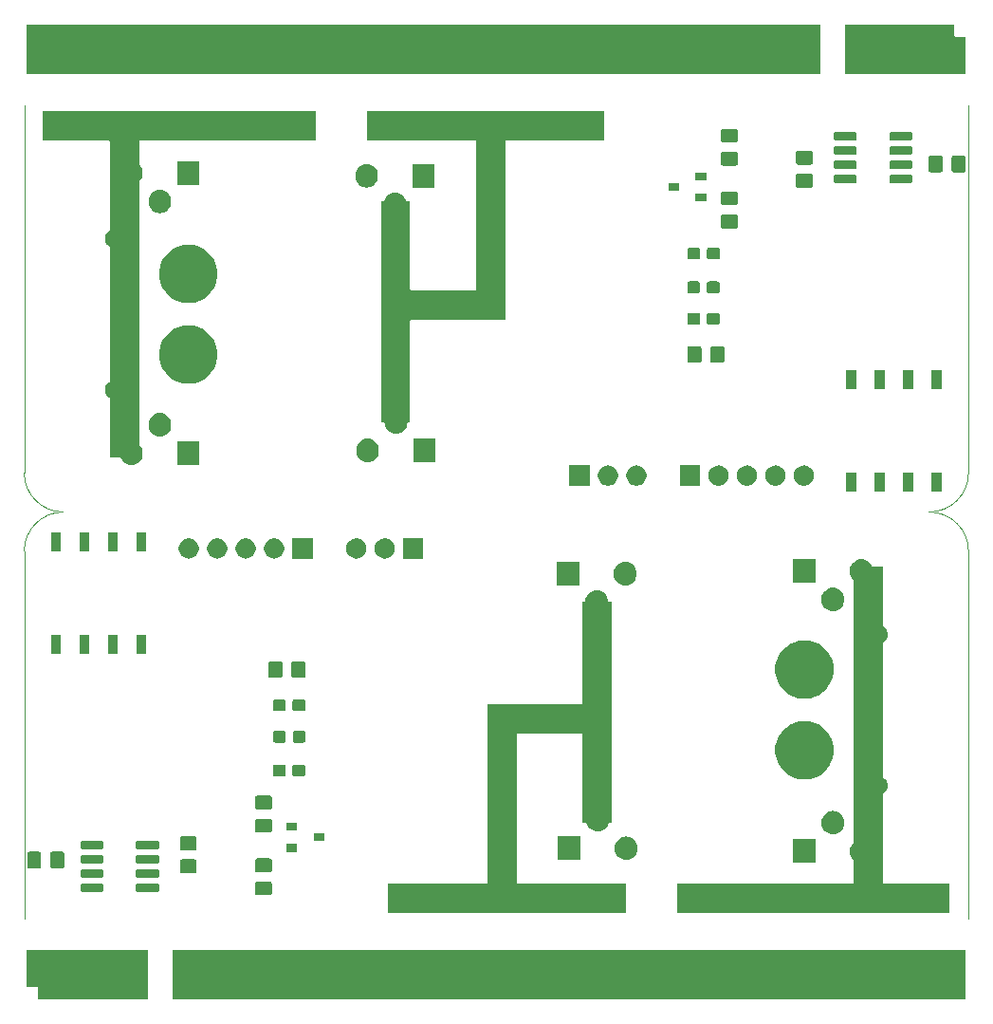
<source format=gbs>
G04 #@! TF.GenerationSoftware,KiCad,Pcbnew,(5.1.5)-3*
G04 #@! TF.CreationDate,2020-02-02T14:12:42+09:00*
G04 #@! TF.ProjectId,CAN_H-Bridge_Solo_MD_fin,43414e5f-482d-4427-9269-6467655f536f,rev?*
G04 #@! TF.SameCoordinates,Original*
G04 #@! TF.FileFunction,Soldermask,Bot*
G04 #@! TF.FilePolarity,Negative*
%FSLAX46Y46*%
G04 Gerber Fmt 4.6, Leading zero omitted, Abs format (unit mm)*
G04 Created by KiCad (PCBNEW (5.1.5)-3) date 2020-02-02 14:12:42*
%MOMM*%
%LPD*%
G04 APERTURE LIST*
%ADD10C,0.100000*%
G04 APERTURE END LIST*
D10*
X189650000Y-75450000D02*
X189650000Y-108250000D01*
X108850000Y-111750000D02*
G75*
G02X105350000Y-108250000I0J3500000D01*
G01*
X105350000Y-108250000D02*
X105350000Y-75450000D01*
X189650000Y-108250000D02*
G75*
G02X186150000Y-111750000I-3500000J0D01*
G01*
X105350000Y-148050000D02*
X105350000Y-115250000D01*
X189650000Y-115250000D02*
X189650000Y-148050000D01*
X186150000Y-111750000D02*
G75*
G02X189650000Y-115250000I0J-3500000D01*
G01*
X105350000Y-115250000D02*
G75*
G02X108850000Y-111750000I3500000J0D01*
G01*
G36*
X116401000Y-155201000D02*
G01*
X106599000Y-155201000D01*
X106599000Y-154225999D01*
X106596598Y-154201613D01*
X106589485Y-154178164D01*
X106577934Y-154156553D01*
X106562389Y-154137611D01*
X106543447Y-154122066D01*
X106521836Y-154110515D01*
X106498387Y-154103402D01*
X106474001Y-154101000D01*
X105599000Y-154101000D01*
X105599000Y-150799000D01*
X116401000Y-150799000D01*
X116401000Y-155201000D01*
G37*
G36*
X189401000Y-155201000D02*
G01*
X118599000Y-155201000D01*
X118599000Y-150799000D01*
X189401000Y-150799000D01*
X189401000Y-155201000D01*
G37*
G36*
X180276719Y-115963520D02*
G01*
X180465880Y-116020901D01*
X180465883Y-116020902D01*
X180558333Y-116070318D01*
X180640212Y-116114083D01*
X180793015Y-116239485D01*
X180918417Y-116392288D01*
X180970370Y-116489485D01*
X180994124Y-116533926D01*
X181007738Y-116554300D01*
X181025065Y-116571627D01*
X181045439Y-116585240D01*
X181068078Y-116594618D01*
X181104363Y-116600000D01*
X182000000Y-116600000D01*
X182000000Y-121853914D01*
X182002402Y-121878300D01*
X182009515Y-121901749D01*
X182021066Y-121923360D01*
X182036611Y-121942302D01*
X182055553Y-121957847D01*
X182066075Y-121964153D01*
X182097165Y-121980771D01*
X182219133Y-122080867D01*
X182319229Y-122202835D01*
X182393608Y-122341987D01*
X182393608Y-122341988D01*
X182439410Y-122492977D01*
X182454875Y-122650000D01*
X182439410Y-122807023D01*
X182408875Y-122907682D01*
X182393608Y-122958013D01*
X182319229Y-123097165D01*
X182219133Y-123219133D01*
X182097165Y-123319229D01*
X182097163Y-123319230D01*
X182066075Y-123335847D01*
X182045701Y-123349460D01*
X182028374Y-123366787D01*
X182014760Y-123387162D01*
X182005383Y-123409800D01*
X182000602Y-123433834D01*
X182000000Y-123446086D01*
X182000000Y-135353914D01*
X182002402Y-135378300D01*
X182009515Y-135401749D01*
X182021066Y-135423360D01*
X182036611Y-135442302D01*
X182055553Y-135457847D01*
X182066075Y-135464153D01*
X182097165Y-135480771D01*
X182219133Y-135580867D01*
X182319229Y-135702835D01*
X182393608Y-135841987D01*
X182393608Y-135841988D01*
X182439410Y-135992977D01*
X182454875Y-136150000D01*
X182439410Y-136307023D01*
X182408875Y-136407682D01*
X182393608Y-136458013D01*
X182319229Y-136597165D01*
X182219133Y-136719133D01*
X182097165Y-136819229D01*
X182097163Y-136819230D01*
X182066075Y-136835847D01*
X182045701Y-136849460D01*
X182028374Y-136866787D01*
X182014760Y-136887162D01*
X182005383Y-136909800D01*
X182000602Y-136933834D01*
X182000000Y-136946086D01*
X182000000Y-144775001D01*
X182002402Y-144799387D01*
X182009515Y-144822836D01*
X182021066Y-144844447D01*
X182036611Y-144863389D01*
X182055553Y-144878934D01*
X182077164Y-144890485D01*
X182100613Y-144897598D01*
X182124999Y-144900000D01*
X187981504Y-144900000D01*
X187981504Y-147500000D01*
X163614614Y-147500000D01*
X163614614Y-144900000D01*
X179275001Y-144900000D01*
X179299387Y-144897598D01*
X179322836Y-144890485D01*
X179344447Y-144878934D01*
X179363389Y-144863389D01*
X179378934Y-144844447D01*
X179390485Y-144822836D01*
X179397598Y-144799387D01*
X179400000Y-144775001D01*
X179400000Y-142845469D01*
X179397598Y-142821083D01*
X179390485Y-142797634D01*
X179371627Y-142766171D01*
X179366985Y-142760515D01*
X179241583Y-142607712D01*
X179148401Y-142433381D01*
X179091020Y-142244220D01*
X179076500Y-142096794D01*
X179076500Y-141903207D01*
X179091020Y-141755781D01*
X179148401Y-141566620D01*
X179148402Y-141566617D01*
X179197818Y-141474167D01*
X179241583Y-141392288D01*
X179366985Y-141239485D01*
X179366986Y-141239484D01*
X179371627Y-141233829D01*
X179385240Y-141213455D01*
X179394618Y-141190816D01*
X179400000Y-141154531D01*
X179400000Y-117845469D01*
X179397598Y-117821083D01*
X179390485Y-117797634D01*
X179371627Y-117766171D01*
X179366985Y-117760515D01*
X179241583Y-117607712D01*
X179148401Y-117433381D01*
X179091020Y-117244220D01*
X179076500Y-117096794D01*
X179076500Y-116903207D01*
X179091020Y-116755781D01*
X179148401Y-116566620D01*
X179148402Y-116566617D01*
X179197818Y-116474167D01*
X179241583Y-116392288D01*
X179366985Y-116239485D01*
X179519788Y-116114083D01*
X179694119Y-116020901D01*
X179883280Y-115963520D01*
X180080000Y-115944145D01*
X180276719Y-115963520D01*
G37*
G36*
X156656719Y-118753520D02*
G01*
X156845880Y-118810901D01*
X156845883Y-118810902D01*
X156938333Y-118860318D01*
X157020212Y-118904083D01*
X157173015Y-119029485D01*
X157298417Y-119182288D01*
X157391599Y-119356619D01*
X157448980Y-119545780D01*
X157448980Y-119545782D01*
X157457989Y-119637253D01*
X157462769Y-119661286D01*
X157472147Y-119683925D01*
X157485760Y-119704300D01*
X157503087Y-119721627D01*
X157523462Y-119735240D01*
X157546101Y-119744618D01*
X157570134Y-119749398D01*
X157582386Y-119750000D01*
X157800000Y-119750000D01*
X157800000Y-139500000D01*
X157607798Y-139500000D01*
X157583412Y-139502402D01*
X157559963Y-139509515D01*
X157538352Y-139521066D01*
X157519410Y-139536611D01*
X157503865Y-139555553D01*
X157492314Y-139577164D01*
X157488185Y-139588702D01*
X157471599Y-139643380D01*
X157471598Y-139643383D01*
X157422182Y-139735833D01*
X157378417Y-139817712D01*
X157253015Y-139970515D01*
X157100212Y-140095917D01*
X156925881Y-140189099D01*
X156736720Y-140246480D01*
X156540000Y-140265855D01*
X156343281Y-140246480D01*
X156154120Y-140189099D01*
X155979788Y-140095917D01*
X155826985Y-139970515D01*
X155701583Y-139817712D01*
X155640919Y-139704218D01*
X155608400Y-139643380D01*
X155591817Y-139588713D01*
X155582440Y-139566075D01*
X155568826Y-139545700D01*
X155551499Y-139528373D01*
X155531125Y-139514760D01*
X155508486Y-139505382D01*
X155472201Y-139500000D01*
X155200000Y-139500000D01*
X155200000Y-131624999D01*
X155197598Y-131600613D01*
X155190485Y-131577164D01*
X155178934Y-131555553D01*
X155163389Y-131536611D01*
X155144447Y-131521066D01*
X155122836Y-131509515D01*
X155099387Y-131502402D01*
X155075001Y-131500000D01*
X149424999Y-131500000D01*
X149400613Y-131502402D01*
X149377164Y-131509515D01*
X149355553Y-131521066D01*
X149336611Y-131536611D01*
X149321066Y-131555553D01*
X149309515Y-131577164D01*
X149302402Y-131600613D01*
X149300000Y-131624999D01*
X149300000Y-144775001D01*
X149302402Y-144799387D01*
X149309515Y-144822836D01*
X149321066Y-144844447D01*
X149336611Y-144863389D01*
X149355553Y-144878934D01*
X149377164Y-144890485D01*
X149400613Y-144897598D01*
X149424999Y-144900000D01*
X159038941Y-144900000D01*
X159038941Y-147500000D01*
X137838941Y-147500000D01*
X137838941Y-144900000D01*
X146575001Y-144900000D01*
X146599387Y-144897598D01*
X146622836Y-144890485D01*
X146644447Y-144878934D01*
X146663389Y-144863389D01*
X146678934Y-144844447D01*
X146690485Y-144822836D01*
X146697598Y-144799387D01*
X146700000Y-144775001D01*
X146700000Y-128900000D01*
X155075001Y-128900000D01*
X155099387Y-128897598D01*
X155122836Y-128890485D01*
X155144447Y-128878934D01*
X155163389Y-128863389D01*
X155178934Y-128844447D01*
X155190485Y-128822836D01*
X155197598Y-128799387D01*
X155200000Y-128775001D01*
X155200000Y-119750000D01*
X155337614Y-119750000D01*
X155362000Y-119747598D01*
X155385449Y-119740485D01*
X155407060Y-119728934D01*
X155426002Y-119713389D01*
X155441547Y-119694447D01*
X155453098Y-119672836D01*
X155462011Y-119637253D01*
X155471020Y-119545783D01*
X155471020Y-119545781D01*
X155528401Y-119356620D01*
X155528402Y-119356617D01*
X155577818Y-119264167D01*
X155621583Y-119182288D01*
X155746985Y-119029485D01*
X155899788Y-118904083D01*
X156074119Y-118810901D01*
X156263280Y-118753520D01*
X156460000Y-118734145D01*
X156656719Y-118753520D01*
G37*
G36*
X127288674Y-144703465D02*
G01*
X127326367Y-144714899D01*
X127361103Y-144733466D01*
X127391548Y-144758452D01*
X127416534Y-144788897D01*
X127435101Y-144823633D01*
X127446535Y-144861326D01*
X127451000Y-144906661D01*
X127451000Y-145743339D01*
X127446535Y-145788674D01*
X127435101Y-145826367D01*
X127416534Y-145861103D01*
X127391548Y-145891548D01*
X127361103Y-145916534D01*
X127326367Y-145935101D01*
X127288674Y-145946535D01*
X127243339Y-145951000D01*
X126156661Y-145951000D01*
X126111326Y-145946535D01*
X126073633Y-145935101D01*
X126038897Y-145916534D01*
X126008452Y-145891548D01*
X125983466Y-145861103D01*
X125964899Y-145826367D01*
X125953465Y-145788674D01*
X125949000Y-145743339D01*
X125949000Y-144906661D01*
X125953465Y-144861326D01*
X125964899Y-144823633D01*
X125983466Y-144788897D01*
X126008452Y-144758452D01*
X126038897Y-144733466D01*
X126073633Y-144714899D01*
X126111326Y-144703465D01*
X126156661Y-144699000D01*
X127243339Y-144699000D01*
X127288674Y-144703465D01*
G37*
G36*
X112334928Y-144921764D02*
G01*
X112356009Y-144928160D01*
X112375445Y-144938548D01*
X112392476Y-144952524D01*
X112406452Y-144969555D01*
X112416840Y-144988991D01*
X112423236Y-145010072D01*
X112426000Y-145038140D01*
X112426000Y-145501860D01*
X112423236Y-145529928D01*
X112416840Y-145551009D01*
X112406452Y-145570445D01*
X112392476Y-145587476D01*
X112375445Y-145601452D01*
X112356009Y-145611840D01*
X112334928Y-145618236D01*
X112306860Y-145621000D01*
X110493140Y-145621000D01*
X110465072Y-145618236D01*
X110443991Y-145611840D01*
X110424555Y-145601452D01*
X110407524Y-145587476D01*
X110393548Y-145570445D01*
X110383160Y-145551009D01*
X110376764Y-145529928D01*
X110374000Y-145501860D01*
X110374000Y-145038140D01*
X110376764Y-145010072D01*
X110383160Y-144988991D01*
X110393548Y-144969555D01*
X110407524Y-144952524D01*
X110424555Y-144938548D01*
X110443991Y-144928160D01*
X110465072Y-144921764D01*
X110493140Y-144919000D01*
X112306860Y-144919000D01*
X112334928Y-144921764D01*
G37*
G36*
X117284928Y-144921764D02*
G01*
X117306009Y-144928160D01*
X117325445Y-144938548D01*
X117342476Y-144952524D01*
X117356452Y-144969555D01*
X117366840Y-144988991D01*
X117373236Y-145010072D01*
X117376000Y-145038140D01*
X117376000Y-145501860D01*
X117373236Y-145529928D01*
X117366840Y-145551009D01*
X117356452Y-145570445D01*
X117342476Y-145587476D01*
X117325445Y-145601452D01*
X117306009Y-145611840D01*
X117284928Y-145618236D01*
X117256860Y-145621000D01*
X115443140Y-145621000D01*
X115415072Y-145618236D01*
X115393991Y-145611840D01*
X115374555Y-145601452D01*
X115357524Y-145587476D01*
X115343548Y-145570445D01*
X115333160Y-145551009D01*
X115326764Y-145529928D01*
X115324000Y-145501860D01*
X115324000Y-145038140D01*
X115326764Y-145010072D01*
X115333160Y-144988991D01*
X115343548Y-144969555D01*
X115357524Y-144952524D01*
X115374555Y-144938548D01*
X115393991Y-144928160D01*
X115415072Y-144921764D01*
X115443140Y-144919000D01*
X117256860Y-144919000D01*
X117284928Y-144921764D01*
G37*
G36*
X117284928Y-143651764D02*
G01*
X117306009Y-143658160D01*
X117325445Y-143668548D01*
X117342476Y-143682524D01*
X117356452Y-143699555D01*
X117366840Y-143718991D01*
X117373236Y-143740072D01*
X117376000Y-143768140D01*
X117376000Y-144231860D01*
X117373236Y-144259928D01*
X117366840Y-144281009D01*
X117356452Y-144300445D01*
X117342476Y-144317476D01*
X117325445Y-144331452D01*
X117306009Y-144341840D01*
X117284928Y-144348236D01*
X117256860Y-144351000D01*
X115443140Y-144351000D01*
X115415072Y-144348236D01*
X115393991Y-144341840D01*
X115374555Y-144331452D01*
X115357524Y-144317476D01*
X115343548Y-144300445D01*
X115333160Y-144281009D01*
X115326764Y-144259928D01*
X115324000Y-144231860D01*
X115324000Y-143768140D01*
X115326764Y-143740072D01*
X115333160Y-143718991D01*
X115343548Y-143699555D01*
X115357524Y-143682524D01*
X115374555Y-143668548D01*
X115393991Y-143658160D01*
X115415072Y-143651764D01*
X115443140Y-143649000D01*
X117256860Y-143649000D01*
X117284928Y-143651764D01*
G37*
G36*
X112334928Y-143651764D02*
G01*
X112356009Y-143658160D01*
X112375445Y-143668548D01*
X112392476Y-143682524D01*
X112406452Y-143699555D01*
X112416840Y-143718991D01*
X112423236Y-143740072D01*
X112426000Y-143768140D01*
X112426000Y-144231860D01*
X112423236Y-144259928D01*
X112416840Y-144281009D01*
X112406452Y-144300445D01*
X112392476Y-144317476D01*
X112375445Y-144331452D01*
X112356009Y-144341840D01*
X112334928Y-144348236D01*
X112306860Y-144351000D01*
X110493140Y-144351000D01*
X110465072Y-144348236D01*
X110443991Y-144341840D01*
X110424555Y-144331452D01*
X110407524Y-144317476D01*
X110393548Y-144300445D01*
X110383160Y-144281009D01*
X110376764Y-144259928D01*
X110374000Y-144231860D01*
X110374000Y-143768140D01*
X110376764Y-143740072D01*
X110383160Y-143718991D01*
X110393548Y-143699555D01*
X110407524Y-143682524D01*
X110424555Y-143668548D01*
X110443991Y-143658160D01*
X110465072Y-143651764D01*
X110493140Y-143649000D01*
X112306860Y-143649000D01*
X112334928Y-143651764D01*
G37*
G36*
X120588674Y-142740965D02*
G01*
X120626367Y-142752399D01*
X120661103Y-142770966D01*
X120691548Y-142795952D01*
X120716534Y-142826397D01*
X120735101Y-142861133D01*
X120746535Y-142898826D01*
X120751000Y-142944161D01*
X120751000Y-143780839D01*
X120746535Y-143826174D01*
X120735101Y-143863867D01*
X120716534Y-143898603D01*
X120691548Y-143929048D01*
X120661103Y-143954034D01*
X120626367Y-143972601D01*
X120588674Y-143984035D01*
X120543339Y-143988500D01*
X119456661Y-143988500D01*
X119411326Y-143984035D01*
X119373633Y-143972601D01*
X119338897Y-143954034D01*
X119308452Y-143929048D01*
X119283466Y-143898603D01*
X119264899Y-143863867D01*
X119253465Y-143826174D01*
X119249000Y-143780839D01*
X119249000Y-142944161D01*
X119253465Y-142898826D01*
X119264899Y-142861133D01*
X119283466Y-142826397D01*
X119308452Y-142795952D01*
X119338897Y-142770966D01*
X119373633Y-142752399D01*
X119411326Y-142740965D01*
X119456661Y-142736500D01*
X120543339Y-142736500D01*
X120588674Y-142740965D01*
G37*
G36*
X127288674Y-142653465D02*
G01*
X127326367Y-142664899D01*
X127361103Y-142683466D01*
X127391548Y-142708452D01*
X127416534Y-142738897D01*
X127435101Y-142773633D01*
X127446535Y-142811326D01*
X127451000Y-142856661D01*
X127451000Y-143693339D01*
X127446535Y-143738674D01*
X127435101Y-143776367D01*
X127416534Y-143811103D01*
X127391548Y-143841548D01*
X127361103Y-143866534D01*
X127326367Y-143885101D01*
X127288674Y-143896535D01*
X127243339Y-143901000D01*
X126156661Y-143901000D01*
X126111326Y-143896535D01*
X126073633Y-143885101D01*
X126038897Y-143866534D01*
X126008452Y-143841548D01*
X125983466Y-143811103D01*
X125964899Y-143776367D01*
X125953465Y-143738674D01*
X125949000Y-143693339D01*
X125949000Y-142856661D01*
X125953465Y-142811326D01*
X125964899Y-142773633D01*
X125983466Y-142738897D01*
X126008452Y-142708452D01*
X126038897Y-142683466D01*
X126073633Y-142664899D01*
X126111326Y-142653465D01*
X126156661Y-142649000D01*
X127243339Y-142649000D01*
X127288674Y-142653465D01*
G37*
G36*
X106701174Y-142053465D02*
G01*
X106738867Y-142064899D01*
X106773603Y-142083466D01*
X106804048Y-142108452D01*
X106829034Y-142138897D01*
X106847601Y-142173633D01*
X106859035Y-142211326D01*
X106863500Y-142256661D01*
X106863500Y-143343339D01*
X106859035Y-143388674D01*
X106847601Y-143426367D01*
X106829034Y-143461103D01*
X106804048Y-143491548D01*
X106773603Y-143516534D01*
X106738867Y-143535101D01*
X106701174Y-143546535D01*
X106655839Y-143551000D01*
X105819161Y-143551000D01*
X105773826Y-143546535D01*
X105736133Y-143535101D01*
X105701397Y-143516534D01*
X105670952Y-143491548D01*
X105645966Y-143461103D01*
X105627399Y-143426367D01*
X105615965Y-143388674D01*
X105611500Y-143343339D01*
X105611500Y-142256661D01*
X105615965Y-142211326D01*
X105627399Y-142173633D01*
X105645966Y-142138897D01*
X105670952Y-142108452D01*
X105701397Y-142083466D01*
X105736133Y-142064899D01*
X105773826Y-142053465D01*
X105819161Y-142049000D01*
X106655839Y-142049000D01*
X106701174Y-142053465D01*
G37*
G36*
X108751174Y-142053465D02*
G01*
X108788867Y-142064899D01*
X108823603Y-142083466D01*
X108854048Y-142108452D01*
X108879034Y-142138897D01*
X108897601Y-142173633D01*
X108909035Y-142211326D01*
X108913500Y-142256661D01*
X108913500Y-143343339D01*
X108909035Y-143388674D01*
X108897601Y-143426367D01*
X108879034Y-143461103D01*
X108854048Y-143491548D01*
X108823603Y-143516534D01*
X108788867Y-143535101D01*
X108751174Y-143546535D01*
X108705839Y-143551000D01*
X107869161Y-143551000D01*
X107823826Y-143546535D01*
X107786133Y-143535101D01*
X107751397Y-143516534D01*
X107720952Y-143491548D01*
X107695966Y-143461103D01*
X107677399Y-143426367D01*
X107665965Y-143388674D01*
X107661500Y-143343339D01*
X107661500Y-142256661D01*
X107665965Y-142211326D01*
X107677399Y-142173633D01*
X107695966Y-142138897D01*
X107720952Y-142108452D01*
X107751397Y-142083466D01*
X107786133Y-142064899D01*
X107823826Y-142053465D01*
X107869161Y-142049000D01*
X108705839Y-142049000D01*
X108751174Y-142053465D01*
G37*
G36*
X117284928Y-142381764D02*
G01*
X117306009Y-142388160D01*
X117325445Y-142398548D01*
X117342476Y-142412524D01*
X117356452Y-142429555D01*
X117366840Y-142448991D01*
X117373236Y-142470072D01*
X117376000Y-142498140D01*
X117376000Y-142961860D01*
X117373236Y-142989928D01*
X117366840Y-143011009D01*
X117356452Y-143030445D01*
X117342476Y-143047476D01*
X117325445Y-143061452D01*
X117306009Y-143071840D01*
X117284928Y-143078236D01*
X117256860Y-143081000D01*
X115443140Y-143081000D01*
X115415072Y-143078236D01*
X115393991Y-143071840D01*
X115374555Y-143061452D01*
X115357524Y-143047476D01*
X115343548Y-143030445D01*
X115333160Y-143011009D01*
X115326764Y-142989928D01*
X115324000Y-142961860D01*
X115324000Y-142498140D01*
X115326764Y-142470072D01*
X115333160Y-142448991D01*
X115343548Y-142429555D01*
X115357524Y-142412524D01*
X115374555Y-142398548D01*
X115393991Y-142388160D01*
X115415072Y-142381764D01*
X115443140Y-142379000D01*
X117256860Y-142379000D01*
X117284928Y-142381764D01*
G37*
G36*
X112334928Y-142381764D02*
G01*
X112356009Y-142388160D01*
X112375445Y-142398548D01*
X112392476Y-142412524D01*
X112406452Y-142429555D01*
X112416840Y-142448991D01*
X112423236Y-142470072D01*
X112426000Y-142498140D01*
X112426000Y-142961860D01*
X112423236Y-142989928D01*
X112416840Y-143011009D01*
X112406452Y-143030445D01*
X112392476Y-143047476D01*
X112375445Y-143061452D01*
X112356009Y-143071840D01*
X112334928Y-143078236D01*
X112306860Y-143081000D01*
X110493140Y-143081000D01*
X110465072Y-143078236D01*
X110443991Y-143071840D01*
X110424555Y-143061452D01*
X110407524Y-143047476D01*
X110393548Y-143030445D01*
X110383160Y-143011009D01*
X110376764Y-142989928D01*
X110374000Y-142961860D01*
X110374000Y-142498140D01*
X110376764Y-142470072D01*
X110383160Y-142448991D01*
X110393548Y-142429555D01*
X110407524Y-142412524D01*
X110424555Y-142398548D01*
X110443991Y-142388160D01*
X110465072Y-142381764D01*
X110493140Y-142379000D01*
X112306860Y-142379000D01*
X112334928Y-142381764D01*
G37*
G36*
X176003500Y-143051000D02*
G01*
X173996500Y-143051000D01*
X173996500Y-140949000D01*
X176003500Y-140949000D01*
X176003500Y-143051000D01*
G37*
G36*
X159276719Y-140713520D02*
G01*
X159450442Y-140766218D01*
X159465883Y-140770902D01*
X159534281Y-140807462D01*
X159640212Y-140864083D01*
X159793015Y-140989485D01*
X159918417Y-141142288D01*
X160011599Y-141316619D01*
X160068980Y-141505780D01*
X160083500Y-141653206D01*
X160083500Y-141846793D01*
X160068980Y-141994219D01*
X160015669Y-142169962D01*
X160011598Y-142183383D01*
X159972430Y-142256661D01*
X159918417Y-142357712D01*
X159793015Y-142510515D01*
X159640212Y-142635917D01*
X159465881Y-142729099D01*
X159276720Y-142786480D01*
X159080000Y-142805855D01*
X158883281Y-142786480D01*
X158694120Y-142729099D01*
X158519788Y-142635917D01*
X158366985Y-142510515D01*
X158241583Y-142357712D01*
X158148401Y-142183381D01*
X158091020Y-141994220D01*
X158076500Y-141846794D01*
X158076500Y-141653207D01*
X158091020Y-141505781D01*
X158148401Y-141316620D01*
X158148402Y-141316617D01*
X158210697Y-141200072D01*
X158241583Y-141142288D01*
X158366985Y-140989485D01*
X158519788Y-140864083D01*
X158694119Y-140770901D01*
X158883280Y-140713520D01*
X159080000Y-140694145D01*
X159276719Y-140713520D01*
G37*
G36*
X155003500Y-142801000D02*
G01*
X152996500Y-142801000D01*
X152996500Y-140699000D01*
X155003500Y-140699000D01*
X155003500Y-142801000D01*
G37*
G36*
X129726000Y-142061000D02*
G01*
X128774000Y-142061000D01*
X128774000Y-141359000D01*
X129726000Y-141359000D01*
X129726000Y-142061000D01*
G37*
G36*
X120588674Y-140690965D02*
G01*
X120626367Y-140702399D01*
X120661103Y-140720966D01*
X120691548Y-140745952D01*
X120716534Y-140776397D01*
X120735101Y-140811133D01*
X120746535Y-140848826D01*
X120751000Y-140894161D01*
X120751000Y-141730839D01*
X120746535Y-141776174D01*
X120735101Y-141813867D01*
X120716534Y-141848603D01*
X120691548Y-141879048D01*
X120661103Y-141904034D01*
X120626367Y-141922601D01*
X120588674Y-141934035D01*
X120543339Y-141938500D01*
X119456661Y-141938500D01*
X119411326Y-141934035D01*
X119373633Y-141922601D01*
X119338897Y-141904034D01*
X119308452Y-141879048D01*
X119283466Y-141848603D01*
X119264899Y-141813867D01*
X119253465Y-141776174D01*
X119249000Y-141730839D01*
X119249000Y-140894161D01*
X119253465Y-140848826D01*
X119264899Y-140811133D01*
X119283466Y-140776397D01*
X119308452Y-140745952D01*
X119338897Y-140720966D01*
X119373633Y-140702399D01*
X119411326Y-140690965D01*
X119456661Y-140686500D01*
X120543339Y-140686500D01*
X120588674Y-140690965D01*
G37*
G36*
X117284928Y-141111764D02*
G01*
X117306009Y-141118160D01*
X117325445Y-141128548D01*
X117342476Y-141142524D01*
X117356452Y-141159555D01*
X117366840Y-141178991D01*
X117373236Y-141200072D01*
X117376000Y-141228140D01*
X117376000Y-141691860D01*
X117373236Y-141719928D01*
X117366840Y-141741009D01*
X117356452Y-141760445D01*
X117342476Y-141777476D01*
X117325445Y-141791452D01*
X117306009Y-141801840D01*
X117284928Y-141808236D01*
X117256860Y-141811000D01*
X115443140Y-141811000D01*
X115415072Y-141808236D01*
X115393991Y-141801840D01*
X115374555Y-141791452D01*
X115357524Y-141777476D01*
X115343548Y-141760445D01*
X115333160Y-141741009D01*
X115326764Y-141719928D01*
X115324000Y-141691860D01*
X115324000Y-141228140D01*
X115326764Y-141200072D01*
X115333160Y-141178991D01*
X115343548Y-141159555D01*
X115357524Y-141142524D01*
X115374555Y-141128548D01*
X115393991Y-141118160D01*
X115415072Y-141111764D01*
X115443140Y-141109000D01*
X117256860Y-141109000D01*
X117284928Y-141111764D01*
G37*
G36*
X112334928Y-141111764D02*
G01*
X112356009Y-141118160D01*
X112375445Y-141128548D01*
X112392476Y-141142524D01*
X112406452Y-141159555D01*
X112416840Y-141178991D01*
X112423236Y-141200072D01*
X112426000Y-141228140D01*
X112426000Y-141691860D01*
X112423236Y-141719928D01*
X112416840Y-141741009D01*
X112406452Y-141760445D01*
X112392476Y-141777476D01*
X112375445Y-141791452D01*
X112356009Y-141801840D01*
X112334928Y-141808236D01*
X112306860Y-141811000D01*
X110493140Y-141811000D01*
X110465072Y-141808236D01*
X110443991Y-141801840D01*
X110424555Y-141791452D01*
X110407524Y-141777476D01*
X110393548Y-141760445D01*
X110383160Y-141741009D01*
X110376764Y-141719928D01*
X110374000Y-141691860D01*
X110374000Y-141228140D01*
X110376764Y-141200072D01*
X110383160Y-141178991D01*
X110393548Y-141159555D01*
X110407524Y-141142524D01*
X110424555Y-141128548D01*
X110443991Y-141118160D01*
X110465072Y-141111764D01*
X110493140Y-141109000D01*
X112306860Y-141109000D01*
X112334928Y-141111764D01*
G37*
G36*
X132126000Y-141101000D02*
G01*
X131174000Y-141101000D01*
X131174000Y-140399000D01*
X132126000Y-140399000D01*
X132126000Y-141101000D01*
G37*
G36*
X177736719Y-138423520D02*
G01*
X177925880Y-138480901D01*
X177925883Y-138480902D01*
X178018333Y-138530318D01*
X178100212Y-138574083D01*
X178253015Y-138699485D01*
X178378417Y-138852288D01*
X178471599Y-139026619D01*
X178528980Y-139215780D01*
X178543500Y-139363206D01*
X178543500Y-139556793D01*
X178528980Y-139704219D01*
X178494552Y-139817712D01*
X178471598Y-139893383D01*
X178430370Y-139970515D01*
X178378417Y-140067712D01*
X178253015Y-140220515D01*
X178100212Y-140345917D01*
X177925881Y-140439099D01*
X177736720Y-140496480D01*
X177540000Y-140515855D01*
X177343281Y-140496480D01*
X177154120Y-140439099D01*
X176979788Y-140345917D01*
X176826985Y-140220515D01*
X176701583Y-140067712D01*
X176608401Y-139893381D01*
X176551020Y-139704220D01*
X176536500Y-139556794D01*
X176536500Y-139363207D01*
X176551020Y-139215781D01*
X176608401Y-139026620D01*
X176608402Y-139026617D01*
X176657818Y-138934167D01*
X176701583Y-138852288D01*
X176826985Y-138699485D01*
X176979788Y-138574083D01*
X177154119Y-138480901D01*
X177343280Y-138423520D01*
X177540000Y-138404145D01*
X177736719Y-138423520D01*
G37*
G36*
X127288674Y-139103465D02*
G01*
X127326367Y-139114899D01*
X127361103Y-139133466D01*
X127391548Y-139158452D01*
X127416534Y-139188897D01*
X127435101Y-139223633D01*
X127446535Y-139261326D01*
X127451000Y-139306661D01*
X127451000Y-140143339D01*
X127446535Y-140188674D01*
X127435101Y-140226367D01*
X127416534Y-140261103D01*
X127391548Y-140291548D01*
X127361103Y-140316534D01*
X127326367Y-140335101D01*
X127288674Y-140346535D01*
X127243339Y-140351000D01*
X126156661Y-140351000D01*
X126111326Y-140346535D01*
X126073633Y-140335101D01*
X126038897Y-140316534D01*
X126008452Y-140291548D01*
X125983466Y-140261103D01*
X125964899Y-140226367D01*
X125953465Y-140188674D01*
X125949000Y-140143339D01*
X125949000Y-139306661D01*
X125953465Y-139261326D01*
X125964899Y-139223633D01*
X125983466Y-139188897D01*
X126008452Y-139158452D01*
X126038897Y-139133466D01*
X126073633Y-139114899D01*
X126111326Y-139103465D01*
X126156661Y-139099000D01*
X127243339Y-139099000D01*
X127288674Y-139103465D01*
G37*
G36*
X129726000Y-140141000D02*
G01*
X128774000Y-140141000D01*
X128774000Y-139439000D01*
X129726000Y-139439000D01*
X129726000Y-140141000D01*
G37*
G36*
X127288674Y-137053465D02*
G01*
X127326367Y-137064899D01*
X127361103Y-137083466D01*
X127391548Y-137108452D01*
X127416534Y-137138897D01*
X127435101Y-137173633D01*
X127446535Y-137211326D01*
X127451000Y-137256661D01*
X127451000Y-138093339D01*
X127446535Y-138138674D01*
X127435101Y-138176367D01*
X127416534Y-138211103D01*
X127391548Y-138241548D01*
X127361103Y-138266534D01*
X127326367Y-138285101D01*
X127288674Y-138296535D01*
X127243339Y-138301000D01*
X126156661Y-138301000D01*
X126111326Y-138296535D01*
X126073633Y-138285101D01*
X126038897Y-138266534D01*
X126008452Y-138241548D01*
X125983466Y-138211103D01*
X125964899Y-138176367D01*
X125953465Y-138138674D01*
X125949000Y-138093339D01*
X125949000Y-137256661D01*
X125953465Y-137211326D01*
X125964899Y-137173633D01*
X125983466Y-137138897D01*
X126008452Y-137108452D01*
X126038897Y-137083466D01*
X126073633Y-137064899D01*
X126111326Y-137053465D01*
X126156661Y-137049000D01*
X127243339Y-137049000D01*
X127288674Y-137053465D01*
G37*
G36*
X175507430Y-130448978D02*
G01*
X175758684Y-130498955D01*
X175954752Y-130580169D01*
X176232034Y-130695023D01*
X176232035Y-130695024D01*
X176658041Y-130979671D01*
X177020329Y-131341959D01*
X177083401Y-131436354D01*
X177304977Y-131767966D01*
X177419831Y-132045248D01*
X177501045Y-132241316D01*
X177517890Y-132326000D01*
X177601000Y-132743823D01*
X177601000Y-133256177D01*
X177501045Y-133758683D01*
X177304977Y-134232034D01*
X177237411Y-134333153D01*
X177020329Y-134658041D01*
X176658041Y-135020329D01*
X176386158Y-135201995D01*
X176232034Y-135304977D01*
X176055016Y-135378300D01*
X175758684Y-135501045D01*
X175507430Y-135551023D01*
X175256177Y-135601000D01*
X174743823Y-135601000D01*
X174492570Y-135551023D01*
X174241316Y-135501045D01*
X173944984Y-135378300D01*
X173767966Y-135304977D01*
X173613842Y-135201995D01*
X173341959Y-135020329D01*
X172979671Y-134658041D01*
X172762589Y-134333153D01*
X172695023Y-134232034D01*
X172498955Y-133758683D01*
X172399000Y-133256177D01*
X172399000Y-132743823D01*
X172482110Y-132326000D01*
X172498955Y-132241316D01*
X172580169Y-132045248D01*
X172695023Y-131767966D01*
X172916599Y-131436354D01*
X172979671Y-131341959D01*
X173341959Y-130979671D01*
X173767965Y-130695024D01*
X173767966Y-130695023D01*
X174045248Y-130580169D01*
X174241316Y-130498955D01*
X174492570Y-130448978D01*
X174743823Y-130399000D01*
X175256177Y-130399000D01*
X175507430Y-130448978D01*
G37*
G36*
X130289499Y-134278445D02*
G01*
X130326995Y-134289820D01*
X130361554Y-134308292D01*
X130391847Y-134333153D01*
X130416708Y-134363446D01*
X130435180Y-134398005D01*
X130446555Y-134435501D01*
X130451000Y-134480638D01*
X130451000Y-135119362D01*
X130446555Y-135164499D01*
X130435180Y-135201995D01*
X130416708Y-135236554D01*
X130391847Y-135266847D01*
X130361554Y-135291708D01*
X130326995Y-135310180D01*
X130289499Y-135321555D01*
X130244362Y-135326000D01*
X129505638Y-135326000D01*
X129460501Y-135321555D01*
X129423005Y-135310180D01*
X129388446Y-135291708D01*
X129358153Y-135266847D01*
X129333292Y-135236554D01*
X129314820Y-135201995D01*
X129303445Y-135164499D01*
X129299000Y-135119362D01*
X129299000Y-134480638D01*
X129303445Y-134435501D01*
X129314820Y-134398005D01*
X129333292Y-134363446D01*
X129358153Y-134333153D01*
X129388446Y-134308292D01*
X129423005Y-134289820D01*
X129460501Y-134278445D01*
X129505638Y-134274000D01*
X130244362Y-134274000D01*
X130289499Y-134278445D01*
G37*
G36*
X128539499Y-134278445D02*
G01*
X128576995Y-134289820D01*
X128611554Y-134308292D01*
X128641847Y-134333153D01*
X128666708Y-134363446D01*
X128685180Y-134398005D01*
X128696555Y-134435501D01*
X128701000Y-134480638D01*
X128701000Y-135119362D01*
X128696555Y-135164499D01*
X128685180Y-135201995D01*
X128666708Y-135236554D01*
X128641847Y-135266847D01*
X128611554Y-135291708D01*
X128576995Y-135310180D01*
X128539499Y-135321555D01*
X128494362Y-135326000D01*
X127755638Y-135326000D01*
X127710501Y-135321555D01*
X127673005Y-135310180D01*
X127638446Y-135291708D01*
X127608153Y-135266847D01*
X127583292Y-135236554D01*
X127564820Y-135201995D01*
X127553445Y-135164499D01*
X127549000Y-135119362D01*
X127549000Y-134480638D01*
X127553445Y-134435501D01*
X127564820Y-134398005D01*
X127583292Y-134363446D01*
X127608153Y-134333153D01*
X127638446Y-134308292D01*
X127673005Y-134289820D01*
X127710501Y-134278445D01*
X127755638Y-134274000D01*
X128494362Y-134274000D01*
X128539499Y-134278445D01*
G37*
G36*
X128551999Y-131278445D02*
G01*
X128589495Y-131289820D01*
X128624054Y-131308292D01*
X128654347Y-131333153D01*
X128679208Y-131363446D01*
X128697680Y-131398005D01*
X128709055Y-131435501D01*
X128713500Y-131480638D01*
X128713500Y-132119362D01*
X128709055Y-132164499D01*
X128697680Y-132201995D01*
X128679208Y-132236554D01*
X128654347Y-132266847D01*
X128624054Y-132291708D01*
X128589495Y-132310180D01*
X128551999Y-132321555D01*
X128506862Y-132326000D01*
X127768138Y-132326000D01*
X127723001Y-132321555D01*
X127685505Y-132310180D01*
X127650946Y-132291708D01*
X127620653Y-132266847D01*
X127595792Y-132236554D01*
X127577320Y-132201995D01*
X127565945Y-132164499D01*
X127561500Y-132119362D01*
X127561500Y-131480638D01*
X127565945Y-131435501D01*
X127577320Y-131398005D01*
X127595792Y-131363446D01*
X127620653Y-131333153D01*
X127650946Y-131308292D01*
X127685505Y-131289820D01*
X127723001Y-131278445D01*
X127768138Y-131274000D01*
X128506862Y-131274000D01*
X128551999Y-131278445D01*
G37*
G36*
X130301999Y-131278445D02*
G01*
X130339495Y-131289820D01*
X130374054Y-131308292D01*
X130404347Y-131333153D01*
X130429208Y-131363446D01*
X130447680Y-131398005D01*
X130459055Y-131435501D01*
X130463500Y-131480638D01*
X130463500Y-132119362D01*
X130459055Y-132164499D01*
X130447680Y-132201995D01*
X130429208Y-132236554D01*
X130404347Y-132266847D01*
X130374054Y-132291708D01*
X130339495Y-132310180D01*
X130301999Y-132321555D01*
X130256862Y-132326000D01*
X129518138Y-132326000D01*
X129473001Y-132321555D01*
X129435505Y-132310180D01*
X129400946Y-132291708D01*
X129370653Y-132266847D01*
X129345792Y-132236554D01*
X129327320Y-132201995D01*
X129315945Y-132164499D01*
X129311500Y-132119362D01*
X129311500Y-131480638D01*
X129315945Y-131435501D01*
X129327320Y-131398005D01*
X129345792Y-131363446D01*
X129370653Y-131333153D01*
X129400946Y-131308292D01*
X129435505Y-131289820D01*
X129473001Y-131278445D01*
X129518138Y-131274000D01*
X130256862Y-131274000D01*
X130301999Y-131278445D01*
G37*
G36*
X130289499Y-128478445D02*
G01*
X130326995Y-128489820D01*
X130361554Y-128508292D01*
X130391847Y-128533153D01*
X130416708Y-128563446D01*
X130435180Y-128598005D01*
X130446555Y-128635501D01*
X130451000Y-128680638D01*
X130451000Y-129319362D01*
X130446555Y-129364499D01*
X130435180Y-129401995D01*
X130416708Y-129436554D01*
X130391847Y-129466847D01*
X130361554Y-129491708D01*
X130326995Y-129510180D01*
X130289499Y-129521555D01*
X130244362Y-129526000D01*
X129505638Y-129526000D01*
X129460501Y-129521555D01*
X129423005Y-129510180D01*
X129388446Y-129491708D01*
X129358153Y-129466847D01*
X129333292Y-129436554D01*
X129314820Y-129401995D01*
X129303445Y-129364499D01*
X129299000Y-129319362D01*
X129299000Y-128680638D01*
X129303445Y-128635501D01*
X129314820Y-128598005D01*
X129333292Y-128563446D01*
X129358153Y-128533153D01*
X129388446Y-128508292D01*
X129423005Y-128489820D01*
X129460501Y-128478445D01*
X129505638Y-128474000D01*
X130244362Y-128474000D01*
X130289499Y-128478445D01*
G37*
G36*
X128539499Y-128478445D02*
G01*
X128576995Y-128489820D01*
X128611554Y-128508292D01*
X128641847Y-128533153D01*
X128666708Y-128563446D01*
X128685180Y-128598005D01*
X128696555Y-128635501D01*
X128701000Y-128680638D01*
X128701000Y-129319362D01*
X128696555Y-129364499D01*
X128685180Y-129401995D01*
X128666708Y-129436554D01*
X128641847Y-129466847D01*
X128611554Y-129491708D01*
X128576995Y-129510180D01*
X128539499Y-129521555D01*
X128494362Y-129526000D01*
X127755638Y-129526000D01*
X127710501Y-129521555D01*
X127673005Y-129510180D01*
X127638446Y-129491708D01*
X127608153Y-129466847D01*
X127583292Y-129436554D01*
X127564820Y-129401995D01*
X127553445Y-129364499D01*
X127549000Y-129319362D01*
X127549000Y-128680638D01*
X127553445Y-128635501D01*
X127564820Y-128598005D01*
X127583292Y-128563446D01*
X127608153Y-128533153D01*
X127638446Y-128508292D01*
X127673005Y-128489820D01*
X127710501Y-128478445D01*
X127755638Y-128474000D01*
X128494362Y-128474000D01*
X128539499Y-128478445D01*
G37*
G36*
X175507430Y-123248977D02*
G01*
X175758684Y-123298955D01*
X175880613Y-123349460D01*
X176232034Y-123495023D01*
X176232035Y-123495024D01*
X176658041Y-123779671D01*
X177020329Y-124141959D01*
X177193414Y-124401000D01*
X177304977Y-124567966D01*
X177419831Y-124845248D01*
X177501045Y-125041316D01*
X177601000Y-125543824D01*
X177601000Y-126056176D01*
X177503462Y-126546535D01*
X177501045Y-126558683D01*
X177304977Y-127032034D01*
X177304976Y-127032035D01*
X177020329Y-127458041D01*
X176658041Y-127820329D01*
X176373393Y-128010524D01*
X176232034Y-128104977D01*
X175954752Y-128219831D01*
X175758684Y-128301045D01*
X175507430Y-128351023D01*
X175256177Y-128401000D01*
X174743823Y-128401000D01*
X174492570Y-128351023D01*
X174241316Y-128301045D01*
X174045248Y-128219831D01*
X173767966Y-128104977D01*
X173626607Y-128010524D01*
X173341959Y-127820329D01*
X172979671Y-127458041D01*
X172695024Y-127032035D01*
X172695023Y-127032034D01*
X172498955Y-126558683D01*
X172496539Y-126546535D01*
X172399000Y-126056176D01*
X172399000Y-125543824D01*
X172498955Y-125041316D01*
X172580169Y-124845248D01*
X172695023Y-124567966D01*
X172806586Y-124401000D01*
X172979671Y-124141959D01*
X173341959Y-123779671D01*
X173767965Y-123495024D01*
X173767966Y-123495023D01*
X174119387Y-123349460D01*
X174241316Y-123298955D01*
X174492570Y-123248977D01*
X174743823Y-123199000D01*
X175256177Y-123199000D01*
X175507430Y-123248977D01*
G37*
G36*
X128238674Y-125053465D02*
G01*
X128276367Y-125064899D01*
X128311103Y-125083466D01*
X128341548Y-125108452D01*
X128366534Y-125138897D01*
X128385101Y-125173633D01*
X128396535Y-125211326D01*
X128401000Y-125256661D01*
X128401000Y-126343339D01*
X128396535Y-126388674D01*
X128385101Y-126426367D01*
X128366534Y-126461103D01*
X128341548Y-126491548D01*
X128311103Y-126516534D01*
X128276367Y-126535101D01*
X128238674Y-126546535D01*
X128193339Y-126551000D01*
X127356661Y-126551000D01*
X127311326Y-126546535D01*
X127273633Y-126535101D01*
X127238897Y-126516534D01*
X127208452Y-126491548D01*
X127183466Y-126461103D01*
X127164899Y-126426367D01*
X127153465Y-126388674D01*
X127149000Y-126343339D01*
X127149000Y-125256661D01*
X127153465Y-125211326D01*
X127164899Y-125173633D01*
X127183466Y-125138897D01*
X127208452Y-125108452D01*
X127238897Y-125083466D01*
X127273633Y-125064899D01*
X127311326Y-125053465D01*
X127356661Y-125049000D01*
X128193339Y-125049000D01*
X128238674Y-125053465D01*
G37*
G36*
X130288674Y-125053465D02*
G01*
X130326367Y-125064899D01*
X130361103Y-125083466D01*
X130391548Y-125108452D01*
X130416534Y-125138897D01*
X130435101Y-125173633D01*
X130446535Y-125211326D01*
X130451000Y-125256661D01*
X130451000Y-126343339D01*
X130446535Y-126388674D01*
X130435101Y-126426367D01*
X130416534Y-126461103D01*
X130391548Y-126491548D01*
X130361103Y-126516534D01*
X130326367Y-126535101D01*
X130288674Y-126546535D01*
X130243339Y-126551000D01*
X129406661Y-126551000D01*
X129361326Y-126546535D01*
X129323633Y-126535101D01*
X129288897Y-126516534D01*
X129258452Y-126491548D01*
X129233466Y-126461103D01*
X129214899Y-126426367D01*
X129203465Y-126388674D01*
X129199000Y-126343339D01*
X129199000Y-125256661D01*
X129203465Y-125211326D01*
X129214899Y-125173633D01*
X129233466Y-125138897D01*
X129258452Y-125108452D01*
X129288897Y-125083466D01*
X129323633Y-125064899D01*
X129361326Y-125053465D01*
X129406661Y-125049000D01*
X130243339Y-125049000D01*
X130288674Y-125053465D01*
G37*
G36*
X116261000Y-124401000D02*
G01*
X115359000Y-124401000D01*
X115359000Y-122699000D01*
X116261000Y-122699000D01*
X116261000Y-124401000D01*
G37*
G36*
X113721000Y-124401000D02*
G01*
X112819000Y-124401000D01*
X112819000Y-122699000D01*
X113721000Y-122699000D01*
X113721000Y-124401000D01*
G37*
G36*
X111181000Y-124401000D02*
G01*
X110279000Y-124401000D01*
X110279000Y-122699000D01*
X111181000Y-122699000D01*
X111181000Y-124401000D01*
G37*
G36*
X108641000Y-124401000D02*
G01*
X107739000Y-124401000D01*
X107739000Y-122699000D01*
X108641000Y-122699000D01*
X108641000Y-124401000D01*
G37*
G36*
X177736719Y-118503520D02*
G01*
X177925880Y-118560901D01*
X177925883Y-118560902D01*
X178018333Y-118610318D01*
X178100212Y-118654083D01*
X178253015Y-118779485D01*
X178378417Y-118932288D01*
X178471599Y-119106619D01*
X178528980Y-119295780D01*
X178543500Y-119443206D01*
X178543500Y-119636793D01*
X178528980Y-119784219D01*
X178497864Y-119886794D01*
X178471598Y-119973383D01*
X178422182Y-120065833D01*
X178378417Y-120147712D01*
X178253015Y-120300515D01*
X178100212Y-120425917D01*
X177925881Y-120519099D01*
X177736720Y-120576480D01*
X177540000Y-120595855D01*
X177343281Y-120576480D01*
X177154120Y-120519099D01*
X176979788Y-120425917D01*
X176826985Y-120300515D01*
X176701583Y-120147712D01*
X176608401Y-119973381D01*
X176551020Y-119784220D01*
X176536500Y-119636794D01*
X176536500Y-119443207D01*
X176551020Y-119295781D01*
X176608401Y-119106620D01*
X176608402Y-119106617D01*
X176657818Y-119014167D01*
X176701583Y-118932288D01*
X176826985Y-118779485D01*
X176979788Y-118654083D01*
X177154119Y-118560901D01*
X177343280Y-118503520D01*
X177540000Y-118484145D01*
X177736719Y-118503520D01*
G37*
G36*
X159196719Y-116213520D02*
G01*
X159385880Y-116270901D01*
X159385883Y-116270902D01*
X159478333Y-116320318D01*
X159560212Y-116364083D01*
X159713015Y-116489485D01*
X159838417Y-116642288D01*
X159931599Y-116816619D01*
X159988980Y-117005780D01*
X160003500Y-117153206D01*
X160003500Y-117346793D01*
X159988980Y-117494219D01*
X159954552Y-117607712D01*
X159931598Y-117683383D01*
X159882182Y-117775833D01*
X159838417Y-117857712D01*
X159713015Y-118010515D01*
X159560212Y-118135917D01*
X159385881Y-118229099D01*
X159196720Y-118286480D01*
X159000000Y-118305855D01*
X158803281Y-118286480D01*
X158614120Y-118229099D01*
X158439788Y-118135917D01*
X158286985Y-118010515D01*
X158161583Y-117857712D01*
X158068401Y-117683381D01*
X158011020Y-117494220D01*
X157996500Y-117346794D01*
X157996500Y-117153207D01*
X158011020Y-117005781D01*
X158068401Y-116816620D01*
X158068402Y-116816617D01*
X158117818Y-116724167D01*
X158161583Y-116642288D01*
X158286985Y-116489485D01*
X158439788Y-116364083D01*
X158614119Y-116270901D01*
X158803280Y-116213520D01*
X159000000Y-116194145D01*
X159196719Y-116213520D01*
G37*
G36*
X154923500Y-118301000D02*
G01*
X152916500Y-118301000D01*
X152916500Y-116199000D01*
X154923500Y-116199000D01*
X154923500Y-118301000D01*
G37*
G36*
X176003500Y-118051000D02*
G01*
X173996500Y-118051000D01*
X173996500Y-115949000D01*
X176003500Y-115949000D01*
X176003500Y-118051000D01*
G37*
G36*
X131101000Y-115901000D02*
G01*
X129299000Y-115901000D01*
X129299000Y-114099000D01*
X131101000Y-114099000D01*
X131101000Y-115901000D01*
G37*
G36*
X127773512Y-114103927D02*
G01*
X127922812Y-114133624D01*
X128086784Y-114201544D01*
X128234354Y-114300147D01*
X128359853Y-114425646D01*
X128458456Y-114573216D01*
X128526376Y-114737188D01*
X128561000Y-114911259D01*
X128561000Y-115088741D01*
X128526376Y-115262812D01*
X128458456Y-115426784D01*
X128359853Y-115574354D01*
X128234354Y-115699853D01*
X128086784Y-115798456D01*
X127922812Y-115866376D01*
X127773512Y-115896073D01*
X127748742Y-115901000D01*
X127571258Y-115901000D01*
X127546488Y-115896073D01*
X127397188Y-115866376D01*
X127233216Y-115798456D01*
X127085646Y-115699853D01*
X126960147Y-115574354D01*
X126861544Y-115426784D01*
X126793624Y-115262812D01*
X126759000Y-115088741D01*
X126759000Y-114911259D01*
X126793624Y-114737188D01*
X126861544Y-114573216D01*
X126960147Y-114425646D01*
X127085646Y-114300147D01*
X127233216Y-114201544D01*
X127397188Y-114133624D01*
X127546488Y-114103927D01*
X127571258Y-114099000D01*
X127748742Y-114099000D01*
X127773512Y-114103927D01*
G37*
G36*
X135113512Y-114103927D02*
G01*
X135262812Y-114133624D01*
X135426784Y-114201544D01*
X135574354Y-114300147D01*
X135699853Y-114425646D01*
X135798456Y-114573216D01*
X135866376Y-114737188D01*
X135901000Y-114911259D01*
X135901000Y-115088741D01*
X135866376Y-115262812D01*
X135798456Y-115426784D01*
X135699853Y-115574354D01*
X135574354Y-115699853D01*
X135426784Y-115798456D01*
X135262812Y-115866376D01*
X135113512Y-115896073D01*
X135088742Y-115901000D01*
X134911258Y-115901000D01*
X134886488Y-115896073D01*
X134737188Y-115866376D01*
X134573216Y-115798456D01*
X134425646Y-115699853D01*
X134300147Y-115574354D01*
X134201544Y-115426784D01*
X134133624Y-115262812D01*
X134099000Y-115088741D01*
X134099000Y-114911259D01*
X134133624Y-114737188D01*
X134201544Y-114573216D01*
X134300147Y-114425646D01*
X134425646Y-114300147D01*
X134573216Y-114201544D01*
X134737188Y-114133624D01*
X134886488Y-114103927D01*
X134911258Y-114099000D01*
X135088742Y-114099000D01*
X135113512Y-114103927D01*
G37*
G36*
X137653512Y-114103927D02*
G01*
X137802812Y-114133624D01*
X137966784Y-114201544D01*
X138114354Y-114300147D01*
X138239853Y-114425646D01*
X138338456Y-114573216D01*
X138406376Y-114737188D01*
X138441000Y-114911259D01*
X138441000Y-115088741D01*
X138406376Y-115262812D01*
X138338456Y-115426784D01*
X138239853Y-115574354D01*
X138114354Y-115699853D01*
X137966784Y-115798456D01*
X137802812Y-115866376D01*
X137653512Y-115896073D01*
X137628742Y-115901000D01*
X137451258Y-115901000D01*
X137426488Y-115896073D01*
X137277188Y-115866376D01*
X137113216Y-115798456D01*
X136965646Y-115699853D01*
X136840147Y-115574354D01*
X136741544Y-115426784D01*
X136673624Y-115262812D01*
X136639000Y-115088741D01*
X136639000Y-114911259D01*
X136673624Y-114737188D01*
X136741544Y-114573216D01*
X136840147Y-114425646D01*
X136965646Y-114300147D01*
X137113216Y-114201544D01*
X137277188Y-114133624D01*
X137426488Y-114103927D01*
X137451258Y-114099000D01*
X137628742Y-114099000D01*
X137653512Y-114103927D01*
G37*
G36*
X140981000Y-115901000D02*
G01*
X139179000Y-115901000D01*
X139179000Y-114099000D01*
X140981000Y-114099000D01*
X140981000Y-115901000D01*
G37*
G36*
X120153512Y-114103927D02*
G01*
X120302812Y-114133624D01*
X120466784Y-114201544D01*
X120614354Y-114300147D01*
X120739853Y-114425646D01*
X120838456Y-114573216D01*
X120906376Y-114737188D01*
X120941000Y-114911259D01*
X120941000Y-115088741D01*
X120906376Y-115262812D01*
X120838456Y-115426784D01*
X120739853Y-115574354D01*
X120614354Y-115699853D01*
X120466784Y-115798456D01*
X120302812Y-115866376D01*
X120153512Y-115896073D01*
X120128742Y-115901000D01*
X119951258Y-115901000D01*
X119926488Y-115896073D01*
X119777188Y-115866376D01*
X119613216Y-115798456D01*
X119465646Y-115699853D01*
X119340147Y-115574354D01*
X119241544Y-115426784D01*
X119173624Y-115262812D01*
X119139000Y-115088741D01*
X119139000Y-114911259D01*
X119173624Y-114737188D01*
X119241544Y-114573216D01*
X119340147Y-114425646D01*
X119465646Y-114300147D01*
X119613216Y-114201544D01*
X119777188Y-114133624D01*
X119926488Y-114103927D01*
X119951258Y-114099000D01*
X120128742Y-114099000D01*
X120153512Y-114103927D01*
G37*
G36*
X122693512Y-114103927D02*
G01*
X122842812Y-114133624D01*
X123006784Y-114201544D01*
X123154354Y-114300147D01*
X123279853Y-114425646D01*
X123378456Y-114573216D01*
X123446376Y-114737188D01*
X123481000Y-114911259D01*
X123481000Y-115088741D01*
X123446376Y-115262812D01*
X123378456Y-115426784D01*
X123279853Y-115574354D01*
X123154354Y-115699853D01*
X123006784Y-115798456D01*
X122842812Y-115866376D01*
X122693512Y-115896073D01*
X122668742Y-115901000D01*
X122491258Y-115901000D01*
X122466488Y-115896073D01*
X122317188Y-115866376D01*
X122153216Y-115798456D01*
X122005646Y-115699853D01*
X121880147Y-115574354D01*
X121781544Y-115426784D01*
X121713624Y-115262812D01*
X121679000Y-115088741D01*
X121679000Y-114911259D01*
X121713624Y-114737188D01*
X121781544Y-114573216D01*
X121880147Y-114425646D01*
X122005646Y-114300147D01*
X122153216Y-114201544D01*
X122317188Y-114133624D01*
X122466488Y-114103927D01*
X122491258Y-114099000D01*
X122668742Y-114099000D01*
X122693512Y-114103927D01*
G37*
G36*
X125233512Y-114103927D02*
G01*
X125382812Y-114133624D01*
X125546784Y-114201544D01*
X125694354Y-114300147D01*
X125819853Y-114425646D01*
X125918456Y-114573216D01*
X125986376Y-114737188D01*
X126021000Y-114911259D01*
X126021000Y-115088741D01*
X125986376Y-115262812D01*
X125918456Y-115426784D01*
X125819853Y-115574354D01*
X125694354Y-115699853D01*
X125546784Y-115798456D01*
X125382812Y-115866376D01*
X125233512Y-115896073D01*
X125208742Y-115901000D01*
X125031258Y-115901000D01*
X125006488Y-115896073D01*
X124857188Y-115866376D01*
X124693216Y-115798456D01*
X124545646Y-115699853D01*
X124420147Y-115574354D01*
X124321544Y-115426784D01*
X124253624Y-115262812D01*
X124219000Y-115088741D01*
X124219000Y-114911259D01*
X124253624Y-114737188D01*
X124321544Y-114573216D01*
X124420147Y-114425646D01*
X124545646Y-114300147D01*
X124693216Y-114201544D01*
X124857188Y-114133624D01*
X125006488Y-114103927D01*
X125031258Y-114099000D01*
X125208742Y-114099000D01*
X125233512Y-114103927D01*
G37*
G36*
X116261000Y-115301000D02*
G01*
X115359000Y-115301000D01*
X115359000Y-113599000D01*
X116261000Y-113599000D01*
X116261000Y-115301000D01*
G37*
G36*
X113721000Y-115301000D02*
G01*
X112819000Y-115301000D01*
X112819000Y-113599000D01*
X113721000Y-113599000D01*
X113721000Y-115301000D01*
G37*
G36*
X111181000Y-115301000D02*
G01*
X110279000Y-115301000D01*
X110279000Y-113599000D01*
X111181000Y-113599000D01*
X111181000Y-115301000D01*
G37*
G36*
X108641000Y-115301000D02*
G01*
X107739000Y-115301000D01*
X107739000Y-113599000D01*
X108641000Y-113599000D01*
X108641000Y-115301000D01*
G37*
G36*
X187261000Y-109901000D02*
G01*
X186359000Y-109901000D01*
X186359000Y-108199000D01*
X187261000Y-108199000D01*
X187261000Y-109901000D01*
G37*
G36*
X179641000Y-109901000D02*
G01*
X178739000Y-109901000D01*
X178739000Y-108199000D01*
X179641000Y-108199000D01*
X179641000Y-109901000D01*
G37*
G36*
X184721000Y-109901000D02*
G01*
X183819000Y-109901000D01*
X183819000Y-108199000D01*
X184721000Y-108199000D01*
X184721000Y-109901000D01*
G37*
G36*
X182181000Y-109901000D02*
G01*
X181279000Y-109901000D01*
X181279000Y-108199000D01*
X182181000Y-108199000D01*
X182181000Y-109901000D01*
G37*
G36*
X175073512Y-107603927D02*
G01*
X175222812Y-107633624D01*
X175386784Y-107701544D01*
X175534354Y-107800147D01*
X175659853Y-107925646D01*
X175758456Y-108073216D01*
X175826376Y-108237188D01*
X175861000Y-108411259D01*
X175861000Y-108588741D01*
X175826376Y-108762812D01*
X175758456Y-108926784D01*
X175659853Y-109074354D01*
X175534354Y-109199853D01*
X175386784Y-109298456D01*
X175222812Y-109366376D01*
X175073512Y-109396073D01*
X175048742Y-109401000D01*
X174871258Y-109401000D01*
X174846488Y-109396073D01*
X174697188Y-109366376D01*
X174533216Y-109298456D01*
X174385646Y-109199853D01*
X174260147Y-109074354D01*
X174161544Y-108926784D01*
X174093624Y-108762812D01*
X174059000Y-108588741D01*
X174059000Y-108411259D01*
X174093624Y-108237188D01*
X174161544Y-108073216D01*
X174260147Y-107925646D01*
X174385646Y-107800147D01*
X174533216Y-107701544D01*
X174697188Y-107633624D01*
X174846488Y-107603927D01*
X174871258Y-107599000D01*
X175048742Y-107599000D01*
X175073512Y-107603927D01*
G37*
G36*
X155821000Y-109401000D02*
G01*
X154019000Y-109401000D01*
X154019000Y-107599000D01*
X155821000Y-107599000D01*
X155821000Y-109401000D01*
G37*
G36*
X157573512Y-107603927D02*
G01*
X157722812Y-107633624D01*
X157886784Y-107701544D01*
X158034354Y-107800147D01*
X158159853Y-107925646D01*
X158258456Y-108073216D01*
X158326376Y-108237188D01*
X158361000Y-108411259D01*
X158361000Y-108588741D01*
X158326376Y-108762812D01*
X158258456Y-108926784D01*
X158159853Y-109074354D01*
X158034354Y-109199853D01*
X157886784Y-109298456D01*
X157722812Y-109366376D01*
X157573512Y-109396073D01*
X157548742Y-109401000D01*
X157371258Y-109401000D01*
X157346488Y-109396073D01*
X157197188Y-109366376D01*
X157033216Y-109298456D01*
X156885646Y-109199853D01*
X156760147Y-109074354D01*
X156661544Y-108926784D01*
X156593624Y-108762812D01*
X156559000Y-108588741D01*
X156559000Y-108411259D01*
X156593624Y-108237188D01*
X156661544Y-108073216D01*
X156760147Y-107925646D01*
X156885646Y-107800147D01*
X157033216Y-107701544D01*
X157197188Y-107633624D01*
X157346488Y-107603927D01*
X157371258Y-107599000D01*
X157548742Y-107599000D01*
X157573512Y-107603927D01*
G37*
G36*
X160113512Y-107603927D02*
G01*
X160262812Y-107633624D01*
X160426784Y-107701544D01*
X160574354Y-107800147D01*
X160699853Y-107925646D01*
X160798456Y-108073216D01*
X160866376Y-108237188D01*
X160901000Y-108411259D01*
X160901000Y-108588741D01*
X160866376Y-108762812D01*
X160798456Y-108926784D01*
X160699853Y-109074354D01*
X160574354Y-109199853D01*
X160426784Y-109298456D01*
X160262812Y-109366376D01*
X160113512Y-109396073D01*
X160088742Y-109401000D01*
X159911258Y-109401000D01*
X159886488Y-109396073D01*
X159737188Y-109366376D01*
X159573216Y-109298456D01*
X159425646Y-109199853D01*
X159300147Y-109074354D01*
X159201544Y-108926784D01*
X159133624Y-108762812D01*
X159099000Y-108588741D01*
X159099000Y-108411259D01*
X159133624Y-108237188D01*
X159201544Y-108073216D01*
X159300147Y-107925646D01*
X159425646Y-107800147D01*
X159573216Y-107701544D01*
X159737188Y-107633624D01*
X159886488Y-107603927D01*
X159911258Y-107599000D01*
X160088742Y-107599000D01*
X160113512Y-107603927D01*
G37*
G36*
X165701000Y-109401000D02*
G01*
X163899000Y-109401000D01*
X163899000Y-107599000D01*
X165701000Y-107599000D01*
X165701000Y-109401000D01*
G37*
G36*
X167453512Y-107603927D02*
G01*
X167602812Y-107633624D01*
X167766784Y-107701544D01*
X167914354Y-107800147D01*
X168039853Y-107925646D01*
X168138456Y-108073216D01*
X168206376Y-108237188D01*
X168241000Y-108411259D01*
X168241000Y-108588741D01*
X168206376Y-108762812D01*
X168138456Y-108926784D01*
X168039853Y-109074354D01*
X167914354Y-109199853D01*
X167766784Y-109298456D01*
X167602812Y-109366376D01*
X167453512Y-109396073D01*
X167428742Y-109401000D01*
X167251258Y-109401000D01*
X167226488Y-109396073D01*
X167077188Y-109366376D01*
X166913216Y-109298456D01*
X166765646Y-109199853D01*
X166640147Y-109074354D01*
X166541544Y-108926784D01*
X166473624Y-108762812D01*
X166439000Y-108588741D01*
X166439000Y-108411259D01*
X166473624Y-108237188D01*
X166541544Y-108073216D01*
X166640147Y-107925646D01*
X166765646Y-107800147D01*
X166913216Y-107701544D01*
X167077188Y-107633624D01*
X167226488Y-107603927D01*
X167251258Y-107599000D01*
X167428742Y-107599000D01*
X167453512Y-107603927D01*
G37*
G36*
X169993512Y-107603927D02*
G01*
X170142812Y-107633624D01*
X170306784Y-107701544D01*
X170454354Y-107800147D01*
X170579853Y-107925646D01*
X170678456Y-108073216D01*
X170746376Y-108237188D01*
X170781000Y-108411259D01*
X170781000Y-108588741D01*
X170746376Y-108762812D01*
X170678456Y-108926784D01*
X170579853Y-109074354D01*
X170454354Y-109199853D01*
X170306784Y-109298456D01*
X170142812Y-109366376D01*
X169993512Y-109396073D01*
X169968742Y-109401000D01*
X169791258Y-109401000D01*
X169766488Y-109396073D01*
X169617188Y-109366376D01*
X169453216Y-109298456D01*
X169305646Y-109199853D01*
X169180147Y-109074354D01*
X169081544Y-108926784D01*
X169013624Y-108762812D01*
X168979000Y-108588741D01*
X168979000Y-108411259D01*
X169013624Y-108237188D01*
X169081544Y-108073216D01*
X169180147Y-107925646D01*
X169305646Y-107800147D01*
X169453216Y-107701544D01*
X169617188Y-107633624D01*
X169766488Y-107603927D01*
X169791258Y-107599000D01*
X169968742Y-107599000D01*
X169993512Y-107603927D01*
G37*
G36*
X172533512Y-107603927D02*
G01*
X172682812Y-107633624D01*
X172846784Y-107701544D01*
X172994354Y-107800147D01*
X173119853Y-107925646D01*
X173218456Y-108073216D01*
X173286376Y-108237188D01*
X173321000Y-108411259D01*
X173321000Y-108588741D01*
X173286376Y-108762812D01*
X173218456Y-108926784D01*
X173119853Y-109074354D01*
X172994354Y-109199853D01*
X172846784Y-109298456D01*
X172682812Y-109366376D01*
X172533512Y-109396073D01*
X172508742Y-109401000D01*
X172331258Y-109401000D01*
X172306488Y-109396073D01*
X172157188Y-109366376D01*
X171993216Y-109298456D01*
X171845646Y-109199853D01*
X171720147Y-109074354D01*
X171621544Y-108926784D01*
X171553624Y-108762812D01*
X171519000Y-108588741D01*
X171519000Y-108411259D01*
X171553624Y-108237188D01*
X171621544Y-108073216D01*
X171720147Y-107925646D01*
X171845646Y-107800147D01*
X171993216Y-107701544D01*
X172157188Y-107633624D01*
X172306488Y-107603927D01*
X172331258Y-107599000D01*
X172508742Y-107599000D01*
X172533512Y-107603927D01*
G37*
G36*
X131385386Y-78600000D02*
G01*
X115724999Y-78600000D01*
X115700613Y-78602402D01*
X115677164Y-78609515D01*
X115655553Y-78621066D01*
X115636611Y-78636611D01*
X115621066Y-78655553D01*
X115609515Y-78677164D01*
X115602402Y-78700613D01*
X115600000Y-78724999D01*
X115600000Y-80654531D01*
X115602402Y-80678917D01*
X115609515Y-80702366D01*
X115628373Y-80733829D01*
X115633014Y-80739484D01*
X115633015Y-80739485D01*
X115758417Y-80892288D01*
X115786859Y-80945500D01*
X115851598Y-81066617D01*
X115851599Y-81066620D01*
X115908980Y-81255781D01*
X115908980Y-81255783D01*
X115923500Y-81403206D01*
X115923500Y-81596795D01*
X115921121Y-81620952D01*
X115908980Y-81744220D01*
X115851599Y-81933381D01*
X115758417Y-82107712D01*
X115641859Y-82249738D01*
X115628373Y-82266171D01*
X115614760Y-82286545D01*
X115605382Y-82309184D01*
X115600000Y-82345469D01*
X115600000Y-105654531D01*
X115602402Y-105678917D01*
X115609515Y-105702366D01*
X115628373Y-105733829D01*
X115633014Y-105739484D01*
X115633015Y-105739485D01*
X115758417Y-105892288D01*
X115802182Y-105974167D01*
X115851598Y-106066617D01*
X115851599Y-106066620D01*
X115908980Y-106255781D01*
X115923500Y-106403207D01*
X115923500Y-106596794D01*
X115908980Y-106744220D01*
X115851599Y-106933381D01*
X115758417Y-107107712D01*
X115633015Y-107260515D01*
X115480212Y-107385917D01*
X115398333Y-107429682D01*
X115305883Y-107479098D01*
X115305880Y-107479099D01*
X115116719Y-107536480D01*
X114920000Y-107555855D01*
X114723280Y-107536480D01*
X114534119Y-107479099D01*
X114359788Y-107385917D01*
X114206985Y-107260515D01*
X114081583Y-107107712D01*
X114005876Y-106966073D01*
X113992264Y-106945701D01*
X113974937Y-106928374D01*
X113954562Y-106914760D01*
X113931923Y-106905382D01*
X113907890Y-106900602D01*
X113895638Y-106900000D01*
X113000000Y-106900000D01*
X113000000Y-101646086D01*
X112997598Y-101621700D01*
X112990485Y-101598251D01*
X112978934Y-101576640D01*
X112963389Y-101557698D01*
X112944447Y-101542153D01*
X112933925Y-101535847D01*
X112902837Y-101519230D01*
X112902835Y-101519229D01*
X112780867Y-101419133D01*
X112680771Y-101297165D01*
X112606392Y-101158013D01*
X112591125Y-101107682D01*
X112560590Y-101007023D01*
X112545125Y-100850000D01*
X112560590Y-100692977D01*
X112606392Y-100541988D01*
X112606392Y-100541987D01*
X112680771Y-100402835D01*
X112780867Y-100280867D01*
X112902835Y-100180771D01*
X112933925Y-100164153D01*
X112954299Y-100150540D01*
X112971626Y-100133213D01*
X112985240Y-100112838D01*
X112994617Y-100090200D01*
X112999398Y-100066166D01*
X113000000Y-100053914D01*
X113000000Y-88146086D01*
X112997598Y-88121700D01*
X112990485Y-88098251D01*
X112978934Y-88076640D01*
X112963389Y-88057698D01*
X112944447Y-88042153D01*
X112933925Y-88035847D01*
X112902837Y-88019230D01*
X112902835Y-88019229D01*
X112780867Y-87919133D01*
X112680771Y-87797165D01*
X112606392Y-87658013D01*
X112591125Y-87607682D01*
X112560590Y-87507023D01*
X112545125Y-87350000D01*
X112560590Y-87192977D01*
X112606392Y-87041988D01*
X112606392Y-87041987D01*
X112680771Y-86902835D01*
X112780867Y-86780867D01*
X112902835Y-86680771D01*
X112933925Y-86664153D01*
X112954299Y-86650540D01*
X112971626Y-86633213D01*
X112985240Y-86612838D01*
X112994617Y-86590200D01*
X112999398Y-86566166D01*
X113000000Y-86553914D01*
X113000000Y-78724999D01*
X112997598Y-78700613D01*
X112990485Y-78677164D01*
X112978934Y-78655553D01*
X112963389Y-78636611D01*
X112944447Y-78621066D01*
X112922836Y-78609515D01*
X112899387Y-78602402D01*
X112875001Y-78600000D01*
X107018496Y-78600000D01*
X107018496Y-76000000D01*
X131385386Y-76000000D01*
X131385386Y-78600000D01*
G37*
G36*
X121003500Y-107551000D02*
G01*
X118996500Y-107551000D01*
X118996500Y-105449000D01*
X121003500Y-105449000D01*
X121003500Y-107551000D01*
G37*
G36*
X136196720Y-105213520D02*
G01*
X136385881Y-105270901D01*
X136560212Y-105364083D01*
X136713015Y-105489485D01*
X136838417Y-105642288D01*
X136870529Y-105702366D01*
X136931598Y-105816617D01*
X136931599Y-105816620D01*
X136988980Y-106005781D01*
X137003500Y-106153207D01*
X137003500Y-106346794D01*
X136988980Y-106494220D01*
X136931599Y-106683381D01*
X136838417Y-106857712D01*
X136713015Y-107010515D01*
X136560212Y-107135917D01*
X136478333Y-107179682D01*
X136385883Y-107229098D01*
X136385880Y-107229099D01*
X136196719Y-107286480D01*
X136000000Y-107305855D01*
X135803280Y-107286480D01*
X135614119Y-107229099D01*
X135439788Y-107135917D01*
X135286985Y-107010515D01*
X135161583Y-106857712D01*
X135117818Y-106775833D01*
X135068402Y-106683383D01*
X135042136Y-106596794D01*
X135011020Y-106494219D01*
X134996500Y-106346793D01*
X134996500Y-106153206D01*
X135011020Y-106005780D01*
X135068401Y-105816619D01*
X135161583Y-105642288D01*
X135286985Y-105489485D01*
X135439788Y-105364083D01*
X135614120Y-105270901D01*
X135803281Y-105213520D01*
X136000000Y-105194145D01*
X136196720Y-105213520D01*
G37*
G36*
X142083500Y-107301000D02*
G01*
X140076500Y-107301000D01*
X140076500Y-105199000D01*
X142083500Y-105199000D01*
X142083500Y-107301000D01*
G37*
G36*
X117656720Y-102923520D02*
G01*
X117845881Y-102980901D01*
X118020212Y-103074083D01*
X118173015Y-103199485D01*
X118298417Y-103352288D01*
X118342182Y-103434167D01*
X118391598Y-103526617D01*
X118391599Y-103526620D01*
X118448980Y-103715781D01*
X118463500Y-103863207D01*
X118463500Y-104056794D01*
X118448980Y-104204220D01*
X118391599Y-104393381D01*
X118298417Y-104567712D01*
X118173015Y-104720515D01*
X118020212Y-104845917D01*
X117938333Y-104889682D01*
X117845883Y-104939098D01*
X117845880Y-104939099D01*
X117656719Y-104996480D01*
X117460000Y-105015855D01*
X117263280Y-104996480D01*
X117074119Y-104939099D01*
X116899788Y-104845917D01*
X116746985Y-104720515D01*
X116621583Y-104567712D01*
X116569630Y-104470515D01*
X116528402Y-104393383D01*
X116505448Y-104317712D01*
X116471020Y-104204219D01*
X116456500Y-104056793D01*
X116456500Y-103863206D01*
X116471020Y-103715780D01*
X116528401Y-103526619D01*
X116621583Y-103352288D01*
X116746985Y-103199485D01*
X116899788Y-103074083D01*
X117074120Y-102980901D01*
X117263281Y-102923520D01*
X117460000Y-102904145D01*
X117656720Y-102923520D01*
G37*
G36*
X157161059Y-78600000D02*
G01*
X148424999Y-78600000D01*
X148400613Y-78602402D01*
X148377164Y-78609515D01*
X148355553Y-78621066D01*
X148336611Y-78636611D01*
X148321066Y-78655553D01*
X148309515Y-78677164D01*
X148302402Y-78700613D01*
X148300000Y-78724999D01*
X148300000Y-94600000D01*
X139924999Y-94600000D01*
X139900613Y-94602402D01*
X139877164Y-94609515D01*
X139855553Y-94621066D01*
X139836611Y-94636611D01*
X139821066Y-94655553D01*
X139809515Y-94677164D01*
X139802402Y-94700613D01*
X139800000Y-94724999D01*
X139800000Y-103750000D01*
X139662386Y-103750000D01*
X139638000Y-103752402D01*
X139614551Y-103759515D01*
X139592940Y-103771066D01*
X139573998Y-103786611D01*
X139558453Y-103805553D01*
X139546902Y-103827164D01*
X139539789Y-103850613D01*
X139537990Y-103862743D01*
X139528980Y-103954220D01*
X139471599Y-104143381D01*
X139378417Y-104317712D01*
X139253015Y-104470515D01*
X139100212Y-104595917D01*
X139018333Y-104639682D01*
X138925883Y-104689098D01*
X138925880Y-104689099D01*
X138736719Y-104746480D01*
X138540000Y-104765855D01*
X138343280Y-104746480D01*
X138154119Y-104689099D01*
X137979788Y-104595917D01*
X137826985Y-104470515D01*
X137701583Y-104317712D01*
X137657818Y-104235833D01*
X137608402Y-104143383D01*
X137582136Y-104056794D01*
X137551020Y-103954219D01*
X137542011Y-103862746D01*
X137537231Y-103838714D01*
X137527853Y-103816075D01*
X137514239Y-103795700D01*
X137496912Y-103778373D01*
X137476538Y-103764760D01*
X137453899Y-103755382D01*
X137417614Y-103750000D01*
X137200000Y-103750000D01*
X137200000Y-84000000D01*
X137392201Y-84000000D01*
X137416587Y-83997598D01*
X137440036Y-83990485D01*
X137461647Y-83978934D01*
X137480589Y-83963389D01*
X137496134Y-83944447D01*
X137511817Y-83911287D01*
X137528400Y-83856620D01*
X137571776Y-83775471D01*
X137621583Y-83682288D01*
X137746985Y-83529485D01*
X137899788Y-83404083D01*
X138074120Y-83310901D01*
X138263281Y-83253520D01*
X138460000Y-83234145D01*
X138656720Y-83253520D01*
X138845881Y-83310901D01*
X139020212Y-83404083D01*
X139173015Y-83529485D01*
X139298417Y-83682288D01*
X139342182Y-83764167D01*
X139391598Y-83856617D01*
X139391599Y-83856620D01*
X139408183Y-83911292D01*
X139417558Y-83933924D01*
X139431172Y-83954299D01*
X139448499Y-83971626D01*
X139468873Y-83985240D01*
X139491512Y-83994617D01*
X139515545Y-83999398D01*
X139527798Y-84000000D01*
X139800000Y-84000000D01*
X139800000Y-91875001D01*
X139802402Y-91899387D01*
X139809515Y-91922836D01*
X139821066Y-91944447D01*
X139836611Y-91963389D01*
X139855553Y-91978934D01*
X139877164Y-91990485D01*
X139900613Y-91997598D01*
X139924999Y-92000000D01*
X145575001Y-92000000D01*
X145599387Y-91997598D01*
X145622836Y-91990485D01*
X145644447Y-91978934D01*
X145663389Y-91963389D01*
X145678934Y-91944447D01*
X145690485Y-91922836D01*
X145697598Y-91899387D01*
X145700000Y-91875001D01*
X145700000Y-78724999D01*
X145697598Y-78700613D01*
X145690485Y-78677164D01*
X145678934Y-78655553D01*
X145663389Y-78636611D01*
X145644447Y-78621066D01*
X145622836Y-78609515D01*
X145599387Y-78602402D01*
X145575001Y-78600000D01*
X135961059Y-78600000D01*
X135961059Y-76000000D01*
X157161059Y-76000000D01*
X157161059Y-78600000D01*
G37*
G36*
X184721000Y-100801000D02*
G01*
X183819000Y-100801000D01*
X183819000Y-99099000D01*
X184721000Y-99099000D01*
X184721000Y-100801000D01*
G37*
G36*
X182181000Y-100801000D02*
G01*
X181279000Y-100801000D01*
X181279000Y-99099000D01*
X182181000Y-99099000D01*
X182181000Y-100801000D01*
G37*
G36*
X179641000Y-100801000D02*
G01*
X178739000Y-100801000D01*
X178739000Y-99099000D01*
X179641000Y-99099000D01*
X179641000Y-100801000D01*
G37*
G36*
X187261000Y-100801000D02*
G01*
X186359000Y-100801000D01*
X186359000Y-99099000D01*
X187261000Y-99099000D01*
X187261000Y-100801000D01*
G37*
G36*
X120507430Y-95148978D02*
G01*
X120758684Y-95198955D01*
X120954752Y-95280169D01*
X121232034Y-95395023D01*
X121232035Y-95395024D01*
X121658041Y-95679671D01*
X122020329Y-96041959D01*
X122210524Y-96326607D01*
X122304977Y-96467966D01*
X122419831Y-96745248D01*
X122501045Y-96941316D01*
X122601000Y-97443824D01*
X122601000Y-97956176D01*
X122503462Y-98446535D01*
X122501045Y-98458683D01*
X122304977Y-98932034D01*
X122304976Y-98932035D01*
X122020329Y-99358041D01*
X121658041Y-99720329D01*
X121373393Y-99910524D01*
X121232034Y-100004977D01*
X121084310Y-100066166D01*
X120758684Y-100201045D01*
X120507430Y-100251023D01*
X120256177Y-100301000D01*
X119743823Y-100301000D01*
X119492570Y-100251022D01*
X119241316Y-100201045D01*
X118915690Y-100066166D01*
X118767966Y-100004977D01*
X118626607Y-99910524D01*
X118341959Y-99720329D01*
X117979671Y-99358041D01*
X117695024Y-98932035D01*
X117695023Y-98932034D01*
X117498955Y-98458683D01*
X117496539Y-98446535D01*
X117399000Y-97956176D01*
X117399000Y-97443824D01*
X117498955Y-96941316D01*
X117580169Y-96745248D01*
X117695023Y-96467966D01*
X117789476Y-96326607D01*
X117979671Y-96041959D01*
X118341959Y-95679671D01*
X118767965Y-95395024D01*
X118767966Y-95395023D01*
X119045248Y-95280169D01*
X119241316Y-95198955D01*
X119492570Y-95148978D01*
X119743823Y-95099000D01*
X120256177Y-95099000D01*
X120507430Y-95148978D01*
G37*
G36*
X167688674Y-96953465D02*
G01*
X167726367Y-96964899D01*
X167761103Y-96983466D01*
X167791548Y-97008452D01*
X167816534Y-97038897D01*
X167835101Y-97073633D01*
X167846535Y-97111326D01*
X167851000Y-97156661D01*
X167851000Y-98243339D01*
X167846535Y-98288674D01*
X167835101Y-98326367D01*
X167816534Y-98361103D01*
X167791548Y-98391548D01*
X167761103Y-98416534D01*
X167726367Y-98435101D01*
X167688674Y-98446535D01*
X167643339Y-98451000D01*
X166806661Y-98451000D01*
X166761326Y-98446535D01*
X166723633Y-98435101D01*
X166688897Y-98416534D01*
X166658452Y-98391548D01*
X166633466Y-98361103D01*
X166614899Y-98326367D01*
X166603465Y-98288674D01*
X166599000Y-98243339D01*
X166599000Y-97156661D01*
X166603465Y-97111326D01*
X166614899Y-97073633D01*
X166633466Y-97038897D01*
X166658452Y-97008452D01*
X166688897Y-96983466D01*
X166723633Y-96964899D01*
X166761326Y-96953465D01*
X166806661Y-96949000D01*
X167643339Y-96949000D01*
X167688674Y-96953465D01*
G37*
G36*
X165638674Y-96953465D02*
G01*
X165676367Y-96964899D01*
X165711103Y-96983466D01*
X165741548Y-97008452D01*
X165766534Y-97038897D01*
X165785101Y-97073633D01*
X165796535Y-97111326D01*
X165801000Y-97156661D01*
X165801000Y-98243339D01*
X165796535Y-98288674D01*
X165785101Y-98326367D01*
X165766534Y-98361103D01*
X165741548Y-98391548D01*
X165711103Y-98416534D01*
X165676367Y-98435101D01*
X165638674Y-98446535D01*
X165593339Y-98451000D01*
X164756661Y-98451000D01*
X164711326Y-98446535D01*
X164673633Y-98435101D01*
X164638897Y-98416534D01*
X164608452Y-98391548D01*
X164583466Y-98361103D01*
X164564899Y-98326367D01*
X164553465Y-98288674D01*
X164549000Y-98243339D01*
X164549000Y-97156661D01*
X164553465Y-97111326D01*
X164564899Y-97073633D01*
X164583466Y-97038897D01*
X164608452Y-97008452D01*
X164638897Y-96983466D01*
X164673633Y-96964899D01*
X164711326Y-96953465D01*
X164756661Y-96949000D01*
X165593339Y-96949000D01*
X165638674Y-96953465D01*
G37*
G36*
X165539499Y-93978445D02*
G01*
X165576995Y-93989820D01*
X165611554Y-94008292D01*
X165641847Y-94033153D01*
X165666708Y-94063446D01*
X165685180Y-94098005D01*
X165696555Y-94135501D01*
X165701000Y-94180638D01*
X165701000Y-94819362D01*
X165696555Y-94864499D01*
X165685180Y-94901995D01*
X165666708Y-94936554D01*
X165641847Y-94966847D01*
X165611554Y-94991708D01*
X165576995Y-95010180D01*
X165539499Y-95021555D01*
X165494362Y-95026000D01*
X164755638Y-95026000D01*
X164710501Y-95021555D01*
X164673005Y-95010180D01*
X164638446Y-94991708D01*
X164608153Y-94966847D01*
X164583292Y-94936554D01*
X164564820Y-94901995D01*
X164553445Y-94864499D01*
X164549000Y-94819362D01*
X164549000Y-94180638D01*
X164553445Y-94135501D01*
X164564820Y-94098005D01*
X164583292Y-94063446D01*
X164608153Y-94033153D01*
X164638446Y-94008292D01*
X164673005Y-93989820D01*
X164710501Y-93978445D01*
X164755638Y-93974000D01*
X165494362Y-93974000D01*
X165539499Y-93978445D01*
G37*
G36*
X167289499Y-93978445D02*
G01*
X167326995Y-93989820D01*
X167361554Y-94008292D01*
X167391847Y-94033153D01*
X167416708Y-94063446D01*
X167435180Y-94098005D01*
X167446555Y-94135501D01*
X167451000Y-94180638D01*
X167451000Y-94819362D01*
X167446555Y-94864499D01*
X167435180Y-94901995D01*
X167416708Y-94936554D01*
X167391847Y-94966847D01*
X167361554Y-94991708D01*
X167326995Y-95010180D01*
X167289499Y-95021555D01*
X167244362Y-95026000D01*
X166505638Y-95026000D01*
X166460501Y-95021555D01*
X166423005Y-95010180D01*
X166388446Y-94991708D01*
X166358153Y-94966847D01*
X166333292Y-94936554D01*
X166314820Y-94901995D01*
X166303445Y-94864499D01*
X166299000Y-94819362D01*
X166299000Y-94180638D01*
X166303445Y-94135501D01*
X166314820Y-94098005D01*
X166333292Y-94063446D01*
X166358153Y-94033153D01*
X166388446Y-94008292D01*
X166423005Y-93989820D01*
X166460501Y-93978445D01*
X166505638Y-93974000D01*
X167244362Y-93974000D01*
X167289499Y-93978445D01*
G37*
G36*
X120507430Y-87948978D02*
G01*
X120758684Y-87998955D01*
X120946232Y-88076640D01*
X121232034Y-88195023D01*
X121315856Y-88251031D01*
X121658041Y-88479671D01*
X122020329Y-88841959D01*
X122135489Y-89014309D01*
X122304977Y-89267966D01*
X122419831Y-89545248D01*
X122501045Y-89741316D01*
X122601000Y-90243824D01*
X122601000Y-90756176D01*
X122501045Y-91258684D01*
X122469226Y-91335501D01*
X122304977Y-91732034D01*
X122304976Y-91732035D01*
X122020329Y-92158041D01*
X121658041Y-92520329D01*
X121373393Y-92710524D01*
X121232034Y-92804977D01*
X120954752Y-92919831D01*
X120758684Y-93001045D01*
X120507430Y-93051022D01*
X120256177Y-93101000D01*
X119743823Y-93101000D01*
X119492570Y-93051022D01*
X119241316Y-93001045D01*
X119045248Y-92919831D01*
X118767966Y-92804977D01*
X118626607Y-92710524D01*
X118341959Y-92520329D01*
X117979671Y-92158041D01*
X117695024Y-91732035D01*
X117695023Y-91732034D01*
X117530774Y-91335501D01*
X117498955Y-91258684D01*
X117399000Y-90756176D01*
X117399000Y-90243824D01*
X117498955Y-89741316D01*
X117580169Y-89545248D01*
X117695023Y-89267966D01*
X117864511Y-89014309D01*
X117979671Y-88841959D01*
X118341959Y-88479671D01*
X118684144Y-88251031D01*
X118767966Y-88195023D01*
X119053768Y-88076640D01*
X119241316Y-87998955D01*
X119492570Y-87948977D01*
X119743823Y-87899000D01*
X120256177Y-87899000D01*
X120507430Y-87948978D01*
G37*
G36*
X165526999Y-91178445D02*
G01*
X165564495Y-91189820D01*
X165599054Y-91208292D01*
X165629347Y-91233153D01*
X165654208Y-91263446D01*
X165672680Y-91298005D01*
X165684055Y-91335501D01*
X165688500Y-91380638D01*
X165688500Y-92019362D01*
X165684055Y-92064499D01*
X165672680Y-92101995D01*
X165654208Y-92136554D01*
X165629347Y-92166847D01*
X165599054Y-92191708D01*
X165564495Y-92210180D01*
X165526999Y-92221555D01*
X165481862Y-92226000D01*
X164743138Y-92226000D01*
X164698001Y-92221555D01*
X164660505Y-92210180D01*
X164625946Y-92191708D01*
X164595653Y-92166847D01*
X164570792Y-92136554D01*
X164552320Y-92101995D01*
X164540945Y-92064499D01*
X164536500Y-92019362D01*
X164536500Y-91380638D01*
X164540945Y-91335501D01*
X164552320Y-91298005D01*
X164570792Y-91263446D01*
X164595653Y-91233153D01*
X164625946Y-91208292D01*
X164660505Y-91189820D01*
X164698001Y-91178445D01*
X164743138Y-91174000D01*
X165481862Y-91174000D01*
X165526999Y-91178445D01*
G37*
G36*
X167276999Y-91178445D02*
G01*
X167314495Y-91189820D01*
X167349054Y-91208292D01*
X167379347Y-91233153D01*
X167404208Y-91263446D01*
X167422680Y-91298005D01*
X167434055Y-91335501D01*
X167438500Y-91380638D01*
X167438500Y-92019362D01*
X167434055Y-92064499D01*
X167422680Y-92101995D01*
X167404208Y-92136554D01*
X167379347Y-92166847D01*
X167349054Y-92191708D01*
X167314495Y-92210180D01*
X167276999Y-92221555D01*
X167231862Y-92226000D01*
X166493138Y-92226000D01*
X166448001Y-92221555D01*
X166410505Y-92210180D01*
X166375946Y-92191708D01*
X166345653Y-92166847D01*
X166320792Y-92136554D01*
X166302320Y-92101995D01*
X166290945Y-92064499D01*
X166286500Y-92019362D01*
X166286500Y-91380638D01*
X166290945Y-91335501D01*
X166302320Y-91298005D01*
X166320792Y-91263446D01*
X166345653Y-91233153D01*
X166375946Y-91208292D01*
X166410505Y-91189820D01*
X166448001Y-91178445D01*
X166493138Y-91174000D01*
X167231862Y-91174000D01*
X167276999Y-91178445D01*
G37*
G36*
X165539499Y-88178445D02*
G01*
X165576995Y-88189820D01*
X165611554Y-88208292D01*
X165641847Y-88233153D01*
X165666708Y-88263446D01*
X165685180Y-88298005D01*
X165696555Y-88335501D01*
X165701000Y-88380638D01*
X165701000Y-89019362D01*
X165696555Y-89064499D01*
X165685180Y-89101995D01*
X165666708Y-89136554D01*
X165641847Y-89166847D01*
X165611554Y-89191708D01*
X165576995Y-89210180D01*
X165539499Y-89221555D01*
X165494362Y-89226000D01*
X164755638Y-89226000D01*
X164710501Y-89221555D01*
X164673005Y-89210180D01*
X164638446Y-89191708D01*
X164608153Y-89166847D01*
X164583292Y-89136554D01*
X164564820Y-89101995D01*
X164553445Y-89064499D01*
X164549000Y-89019362D01*
X164549000Y-88380638D01*
X164553445Y-88335501D01*
X164564820Y-88298005D01*
X164583292Y-88263446D01*
X164608153Y-88233153D01*
X164638446Y-88208292D01*
X164673005Y-88189820D01*
X164710501Y-88178445D01*
X164755638Y-88174000D01*
X165494362Y-88174000D01*
X165539499Y-88178445D01*
G37*
G36*
X167289499Y-88178445D02*
G01*
X167326995Y-88189820D01*
X167361554Y-88208292D01*
X167391847Y-88233153D01*
X167416708Y-88263446D01*
X167435180Y-88298005D01*
X167446555Y-88335501D01*
X167451000Y-88380638D01*
X167451000Y-89019362D01*
X167446555Y-89064499D01*
X167435180Y-89101995D01*
X167416708Y-89136554D01*
X167391847Y-89166847D01*
X167361554Y-89191708D01*
X167326995Y-89210180D01*
X167289499Y-89221555D01*
X167244362Y-89226000D01*
X166505638Y-89226000D01*
X166460501Y-89221555D01*
X166423005Y-89210180D01*
X166388446Y-89191708D01*
X166358153Y-89166847D01*
X166333292Y-89136554D01*
X166314820Y-89101995D01*
X166303445Y-89064499D01*
X166299000Y-89019362D01*
X166299000Y-88380638D01*
X166303445Y-88335501D01*
X166314820Y-88298005D01*
X166333292Y-88263446D01*
X166358153Y-88233153D01*
X166388446Y-88208292D01*
X166423005Y-88189820D01*
X166460501Y-88178445D01*
X166505638Y-88174000D01*
X167244362Y-88174000D01*
X167289499Y-88178445D01*
G37*
G36*
X168888674Y-85203465D02*
G01*
X168926367Y-85214899D01*
X168961103Y-85233466D01*
X168991548Y-85258452D01*
X169016534Y-85288897D01*
X169035101Y-85323633D01*
X169046535Y-85361326D01*
X169051000Y-85406661D01*
X169051000Y-86243339D01*
X169046535Y-86288674D01*
X169035101Y-86326367D01*
X169016534Y-86361103D01*
X168991548Y-86391548D01*
X168961103Y-86416534D01*
X168926367Y-86435101D01*
X168888674Y-86446535D01*
X168843339Y-86451000D01*
X167756661Y-86451000D01*
X167711326Y-86446535D01*
X167673633Y-86435101D01*
X167638897Y-86416534D01*
X167608452Y-86391548D01*
X167583466Y-86361103D01*
X167564899Y-86326367D01*
X167553465Y-86288674D01*
X167549000Y-86243339D01*
X167549000Y-85406661D01*
X167553465Y-85361326D01*
X167564899Y-85323633D01*
X167583466Y-85288897D01*
X167608452Y-85258452D01*
X167638897Y-85233466D01*
X167673633Y-85214899D01*
X167711326Y-85203465D01*
X167756661Y-85199000D01*
X168843339Y-85199000D01*
X168888674Y-85203465D01*
G37*
G36*
X117656720Y-83003520D02*
G01*
X117845881Y-83060901D01*
X118020212Y-83154083D01*
X118173015Y-83279485D01*
X118298417Y-83432288D01*
X118342182Y-83514167D01*
X118391598Y-83606617D01*
X118391599Y-83606620D01*
X118448980Y-83795781D01*
X118463500Y-83943207D01*
X118463500Y-84136794D01*
X118448980Y-84284220D01*
X118391599Y-84473381D01*
X118298417Y-84647712D01*
X118173015Y-84800515D01*
X118020212Y-84925917D01*
X117938333Y-84969682D01*
X117845883Y-85019098D01*
X117845880Y-85019099D01*
X117656719Y-85076480D01*
X117460000Y-85095855D01*
X117263280Y-85076480D01*
X117074119Y-85019099D01*
X116899788Y-84925917D01*
X116746985Y-84800515D01*
X116621583Y-84647712D01*
X116577818Y-84565833D01*
X116528402Y-84473383D01*
X116506445Y-84401000D01*
X116471020Y-84284219D01*
X116456500Y-84136793D01*
X116456500Y-83943206D01*
X116471020Y-83795780D01*
X116528401Y-83606619D01*
X116621583Y-83432288D01*
X116746985Y-83279485D01*
X116899788Y-83154083D01*
X117074120Y-83060901D01*
X117263281Y-83003520D01*
X117460000Y-82984145D01*
X117656720Y-83003520D01*
G37*
G36*
X168888674Y-83153465D02*
G01*
X168926367Y-83164899D01*
X168961103Y-83183466D01*
X168991548Y-83208452D01*
X169016534Y-83238897D01*
X169035101Y-83273633D01*
X169046535Y-83311326D01*
X169051000Y-83356661D01*
X169051000Y-84193339D01*
X169046535Y-84238674D01*
X169035101Y-84276367D01*
X169016534Y-84311103D01*
X168991548Y-84341548D01*
X168961103Y-84366534D01*
X168926367Y-84385101D01*
X168888674Y-84396535D01*
X168843339Y-84401000D01*
X167756661Y-84401000D01*
X167711326Y-84396535D01*
X167673633Y-84385101D01*
X167638897Y-84366534D01*
X167608452Y-84341548D01*
X167583466Y-84311103D01*
X167564899Y-84276367D01*
X167553465Y-84238674D01*
X167549000Y-84193339D01*
X167549000Y-83356661D01*
X167553465Y-83311326D01*
X167564899Y-83273633D01*
X167583466Y-83238897D01*
X167608452Y-83208452D01*
X167638897Y-83183466D01*
X167673633Y-83164899D01*
X167711326Y-83153465D01*
X167756661Y-83149000D01*
X168843339Y-83149000D01*
X168888674Y-83153465D01*
G37*
G36*
X166226000Y-84061000D02*
G01*
X165274000Y-84061000D01*
X165274000Y-83359000D01*
X166226000Y-83359000D01*
X166226000Y-84061000D01*
G37*
G36*
X163826000Y-83101000D02*
G01*
X162874000Y-83101000D01*
X162874000Y-82399000D01*
X163826000Y-82399000D01*
X163826000Y-83101000D01*
G37*
G36*
X175588674Y-81565965D02*
G01*
X175626367Y-81577399D01*
X175661103Y-81595966D01*
X175691548Y-81620952D01*
X175716534Y-81651397D01*
X175735101Y-81686133D01*
X175746535Y-81723826D01*
X175751000Y-81769161D01*
X175751000Y-82605839D01*
X175746535Y-82651174D01*
X175735101Y-82688867D01*
X175716534Y-82723603D01*
X175691548Y-82754048D01*
X175661103Y-82779034D01*
X175626367Y-82797601D01*
X175588674Y-82809035D01*
X175543339Y-82813500D01*
X174456661Y-82813500D01*
X174411326Y-82809035D01*
X174373633Y-82797601D01*
X174338897Y-82779034D01*
X174308452Y-82754048D01*
X174283466Y-82723603D01*
X174264899Y-82688867D01*
X174253465Y-82651174D01*
X174249000Y-82605839D01*
X174249000Y-81769161D01*
X174253465Y-81723826D01*
X174264899Y-81686133D01*
X174283466Y-81651397D01*
X174308452Y-81620952D01*
X174338897Y-81595966D01*
X174373633Y-81577399D01*
X174411326Y-81565965D01*
X174456661Y-81561500D01*
X175543339Y-81561500D01*
X175588674Y-81565965D01*
G37*
G36*
X136116720Y-80713520D02*
G01*
X136305881Y-80770901D01*
X136480212Y-80864083D01*
X136633015Y-80989485D01*
X136758417Y-81142288D01*
X136777947Y-81178827D01*
X136851598Y-81316617D01*
X136851599Y-81316620D01*
X136908980Y-81505781D01*
X136923500Y-81653207D01*
X136923500Y-81846794D01*
X136908980Y-81994220D01*
X136851599Y-82183381D01*
X136758417Y-82357712D01*
X136633015Y-82510515D01*
X136480212Y-82635917D01*
X136398333Y-82679682D01*
X136305883Y-82729098D01*
X136305880Y-82729099D01*
X136116719Y-82786480D01*
X135920000Y-82805855D01*
X135723280Y-82786480D01*
X135534119Y-82729099D01*
X135359788Y-82635917D01*
X135206985Y-82510515D01*
X135081583Y-82357712D01*
X135035694Y-82271860D01*
X134988402Y-82183383D01*
X134965448Y-82107712D01*
X134931020Y-81994219D01*
X134916500Y-81846793D01*
X134916500Y-81653206D01*
X134931020Y-81505780D01*
X134988401Y-81316619D01*
X135081583Y-81142288D01*
X135206985Y-80989485D01*
X135359788Y-80864083D01*
X135534120Y-80770901D01*
X135723281Y-80713520D01*
X135920000Y-80694145D01*
X136116720Y-80713520D01*
G37*
G36*
X142003500Y-82801000D02*
G01*
X139996500Y-82801000D01*
X139996500Y-80699000D01*
X142003500Y-80699000D01*
X142003500Y-82801000D01*
G37*
G36*
X121003500Y-82551000D02*
G01*
X118996500Y-82551000D01*
X118996500Y-80449000D01*
X121003500Y-80449000D01*
X121003500Y-82551000D01*
G37*
G36*
X184534928Y-81691764D02*
G01*
X184556009Y-81698160D01*
X184575445Y-81708548D01*
X184592476Y-81722524D01*
X184606452Y-81739555D01*
X184616840Y-81758991D01*
X184623236Y-81780072D01*
X184626000Y-81808140D01*
X184626000Y-82271860D01*
X184623236Y-82299928D01*
X184616840Y-82321009D01*
X184606452Y-82340445D01*
X184592476Y-82357476D01*
X184575445Y-82371452D01*
X184556009Y-82381840D01*
X184534928Y-82388236D01*
X184506860Y-82391000D01*
X182693140Y-82391000D01*
X182665072Y-82388236D01*
X182643991Y-82381840D01*
X182624555Y-82371452D01*
X182607524Y-82357476D01*
X182593548Y-82340445D01*
X182583160Y-82321009D01*
X182576764Y-82299928D01*
X182574000Y-82271860D01*
X182574000Y-81808140D01*
X182576764Y-81780072D01*
X182583160Y-81758991D01*
X182593548Y-81739555D01*
X182607524Y-81722524D01*
X182624555Y-81708548D01*
X182643991Y-81698160D01*
X182665072Y-81691764D01*
X182693140Y-81689000D01*
X184506860Y-81689000D01*
X184534928Y-81691764D01*
G37*
G36*
X179584928Y-81691764D02*
G01*
X179606009Y-81698160D01*
X179625445Y-81708548D01*
X179642476Y-81722524D01*
X179656452Y-81739555D01*
X179666840Y-81758991D01*
X179673236Y-81780072D01*
X179676000Y-81808140D01*
X179676000Y-82271860D01*
X179673236Y-82299928D01*
X179666840Y-82321009D01*
X179656452Y-82340445D01*
X179642476Y-82357476D01*
X179625445Y-82371452D01*
X179606009Y-82381840D01*
X179584928Y-82388236D01*
X179556860Y-82391000D01*
X177743140Y-82391000D01*
X177715072Y-82388236D01*
X177693991Y-82381840D01*
X177674555Y-82371452D01*
X177657524Y-82357476D01*
X177643548Y-82340445D01*
X177633160Y-82321009D01*
X177626764Y-82299928D01*
X177624000Y-82271860D01*
X177624000Y-81808140D01*
X177626764Y-81780072D01*
X177633160Y-81758991D01*
X177643548Y-81739555D01*
X177657524Y-81722524D01*
X177674555Y-81708548D01*
X177693991Y-81698160D01*
X177715072Y-81691764D01*
X177743140Y-81689000D01*
X179556860Y-81689000D01*
X179584928Y-81691764D01*
G37*
G36*
X166226000Y-82141000D02*
G01*
X165274000Y-82141000D01*
X165274000Y-81439000D01*
X166226000Y-81439000D01*
X166226000Y-82141000D01*
G37*
G36*
X189226174Y-79953465D02*
G01*
X189263867Y-79964899D01*
X189298603Y-79983466D01*
X189329048Y-80008452D01*
X189354034Y-80038897D01*
X189372601Y-80073633D01*
X189384035Y-80111326D01*
X189388500Y-80156661D01*
X189388500Y-81243339D01*
X189384035Y-81288674D01*
X189372601Y-81326367D01*
X189354034Y-81361103D01*
X189329048Y-81391548D01*
X189298603Y-81416534D01*
X189263867Y-81435101D01*
X189226174Y-81446535D01*
X189180839Y-81451000D01*
X188344161Y-81451000D01*
X188298826Y-81446535D01*
X188261133Y-81435101D01*
X188226397Y-81416534D01*
X188195952Y-81391548D01*
X188170966Y-81361103D01*
X188152399Y-81326367D01*
X188140965Y-81288674D01*
X188136500Y-81243339D01*
X188136500Y-80156661D01*
X188140965Y-80111326D01*
X188152399Y-80073633D01*
X188170966Y-80038897D01*
X188195952Y-80008452D01*
X188226397Y-79983466D01*
X188261133Y-79964899D01*
X188298826Y-79953465D01*
X188344161Y-79949000D01*
X189180839Y-79949000D01*
X189226174Y-79953465D01*
G37*
G36*
X187176174Y-79953465D02*
G01*
X187213867Y-79964899D01*
X187248603Y-79983466D01*
X187279048Y-80008452D01*
X187304034Y-80038897D01*
X187322601Y-80073633D01*
X187334035Y-80111326D01*
X187338500Y-80156661D01*
X187338500Y-81243339D01*
X187334035Y-81288674D01*
X187322601Y-81326367D01*
X187304034Y-81361103D01*
X187279048Y-81391548D01*
X187248603Y-81416534D01*
X187213867Y-81435101D01*
X187176174Y-81446535D01*
X187130839Y-81451000D01*
X186294161Y-81451000D01*
X186248826Y-81446535D01*
X186211133Y-81435101D01*
X186176397Y-81416534D01*
X186145952Y-81391548D01*
X186120966Y-81361103D01*
X186102399Y-81326367D01*
X186090965Y-81288674D01*
X186086500Y-81243339D01*
X186086500Y-80156661D01*
X186090965Y-80111326D01*
X186102399Y-80073633D01*
X186120966Y-80038897D01*
X186145952Y-80008452D01*
X186176397Y-79983466D01*
X186211133Y-79964899D01*
X186248826Y-79953465D01*
X186294161Y-79949000D01*
X187130839Y-79949000D01*
X187176174Y-79953465D01*
G37*
G36*
X179584928Y-80421764D02*
G01*
X179606009Y-80428160D01*
X179625445Y-80438548D01*
X179642476Y-80452524D01*
X179656452Y-80469555D01*
X179666840Y-80488991D01*
X179673236Y-80510072D01*
X179676000Y-80538140D01*
X179676000Y-81001860D01*
X179673236Y-81029928D01*
X179666840Y-81051009D01*
X179656452Y-81070445D01*
X179642476Y-81087476D01*
X179625445Y-81101452D01*
X179606009Y-81111840D01*
X179584928Y-81118236D01*
X179556860Y-81121000D01*
X177743140Y-81121000D01*
X177715072Y-81118236D01*
X177693991Y-81111840D01*
X177674555Y-81101452D01*
X177657524Y-81087476D01*
X177643548Y-81070445D01*
X177633160Y-81051009D01*
X177626764Y-81029928D01*
X177624000Y-81001860D01*
X177624000Y-80538140D01*
X177626764Y-80510072D01*
X177633160Y-80488991D01*
X177643548Y-80469555D01*
X177657524Y-80452524D01*
X177674555Y-80438548D01*
X177693991Y-80428160D01*
X177715072Y-80421764D01*
X177743140Y-80419000D01*
X179556860Y-80419000D01*
X179584928Y-80421764D01*
G37*
G36*
X184534928Y-80421764D02*
G01*
X184556009Y-80428160D01*
X184575445Y-80438548D01*
X184592476Y-80452524D01*
X184606452Y-80469555D01*
X184616840Y-80488991D01*
X184623236Y-80510072D01*
X184626000Y-80538140D01*
X184626000Y-81001860D01*
X184623236Y-81029928D01*
X184616840Y-81051009D01*
X184606452Y-81070445D01*
X184592476Y-81087476D01*
X184575445Y-81101452D01*
X184556009Y-81111840D01*
X184534928Y-81118236D01*
X184506860Y-81121000D01*
X182693140Y-81121000D01*
X182665072Y-81118236D01*
X182643991Y-81111840D01*
X182624555Y-81101452D01*
X182607524Y-81087476D01*
X182593548Y-81070445D01*
X182583160Y-81051009D01*
X182576764Y-81029928D01*
X182574000Y-81001860D01*
X182574000Y-80538140D01*
X182576764Y-80510072D01*
X182583160Y-80488991D01*
X182593548Y-80469555D01*
X182607524Y-80452524D01*
X182624555Y-80438548D01*
X182643991Y-80428160D01*
X182665072Y-80421764D01*
X182693140Y-80419000D01*
X184506860Y-80419000D01*
X184534928Y-80421764D01*
G37*
G36*
X168888674Y-79603465D02*
G01*
X168926367Y-79614899D01*
X168961103Y-79633466D01*
X168991548Y-79658452D01*
X169016534Y-79688897D01*
X169035101Y-79723633D01*
X169046535Y-79761326D01*
X169051000Y-79806661D01*
X169051000Y-80643339D01*
X169046535Y-80688674D01*
X169035101Y-80726367D01*
X169016534Y-80761103D01*
X168991548Y-80791548D01*
X168961103Y-80816534D01*
X168926367Y-80835101D01*
X168888674Y-80846535D01*
X168843339Y-80851000D01*
X167756661Y-80851000D01*
X167711326Y-80846535D01*
X167673633Y-80835101D01*
X167638897Y-80816534D01*
X167608452Y-80791548D01*
X167583466Y-80761103D01*
X167564899Y-80726367D01*
X167553465Y-80688674D01*
X167549000Y-80643339D01*
X167549000Y-79806661D01*
X167553465Y-79761326D01*
X167564899Y-79723633D01*
X167583466Y-79688897D01*
X167608452Y-79658452D01*
X167638897Y-79633466D01*
X167673633Y-79614899D01*
X167711326Y-79603465D01*
X167756661Y-79599000D01*
X168843339Y-79599000D01*
X168888674Y-79603465D01*
G37*
G36*
X175588674Y-79515965D02*
G01*
X175626367Y-79527399D01*
X175661103Y-79545966D01*
X175691548Y-79570952D01*
X175716534Y-79601397D01*
X175735101Y-79636133D01*
X175746535Y-79673826D01*
X175751000Y-79719161D01*
X175751000Y-80555839D01*
X175746535Y-80601174D01*
X175735101Y-80638867D01*
X175716534Y-80673603D01*
X175691548Y-80704048D01*
X175661103Y-80729034D01*
X175626367Y-80747601D01*
X175588674Y-80759035D01*
X175543339Y-80763500D01*
X174456661Y-80763500D01*
X174411326Y-80759035D01*
X174373633Y-80747601D01*
X174338897Y-80729034D01*
X174308452Y-80704048D01*
X174283466Y-80673603D01*
X174264899Y-80638867D01*
X174253465Y-80601174D01*
X174249000Y-80555839D01*
X174249000Y-79719161D01*
X174253465Y-79673826D01*
X174264899Y-79636133D01*
X174283466Y-79601397D01*
X174308452Y-79570952D01*
X174338897Y-79545966D01*
X174373633Y-79527399D01*
X174411326Y-79515965D01*
X174456661Y-79511500D01*
X175543339Y-79511500D01*
X175588674Y-79515965D01*
G37*
G36*
X184534928Y-79151764D02*
G01*
X184556009Y-79158160D01*
X184575445Y-79168548D01*
X184592476Y-79182524D01*
X184606452Y-79199555D01*
X184616840Y-79218991D01*
X184623236Y-79240072D01*
X184626000Y-79268140D01*
X184626000Y-79731860D01*
X184623236Y-79759928D01*
X184616840Y-79781009D01*
X184606452Y-79800445D01*
X184592476Y-79817476D01*
X184575445Y-79831452D01*
X184556009Y-79841840D01*
X184534928Y-79848236D01*
X184506860Y-79851000D01*
X182693140Y-79851000D01*
X182665072Y-79848236D01*
X182643991Y-79841840D01*
X182624555Y-79831452D01*
X182607524Y-79817476D01*
X182593548Y-79800445D01*
X182583160Y-79781009D01*
X182576764Y-79759928D01*
X182574000Y-79731860D01*
X182574000Y-79268140D01*
X182576764Y-79240072D01*
X182583160Y-79218991D01*
X182593548Y-79199555D01*
X182607524Y-79182524D01*
X182624555Y-79168548D01*
X182643991Y-79158160D01*
X182665072Y-79151764D01*
X182693140Y-79149000D01*
X184506860Y-79149000D01*
X184534928Y-79151764D01*
G37*
G36*
X179584928Y-79151764D02*
G01*
X179606009Y-79158160D01*
X179625445Y-79168548D01*
X179642476Y-79182524D01*
X179656452Y-79199555D01*
X179666840Y-79218991D01*
X179673236Y-79240072D01*
X179676000Y-79268140D01*
X179676000Y-79731860D01*
X179673236Y-79759928D01*
X179666840Y-79781009D01*
X179656452Y-79800445D01*
X179642476Y-79817476D01*
X179625445Y-79831452D01*
X179606009Y-79841840D01*
X179584928Y-79848236D01*
X179556860Y-79851000D01*
X177743140Y-79851000D01*
X177715072Y-79848236D01*
X177693991Y-79841840D01*
X177674555Y-79831452D01*
X177657524Y-79817476D01*
X177643548Y-79800445D01*
X177633160Y-79781009D01*
X177626764Y-79759928D01*
X177624000Y-79731860D01*
X177624000Y-79268140D01*
X177626764Y-79240072D01*
X177633160Y-79218991D01*
X177643548Y-79199555D01*
X177657524Y-79182524D01*
X177674555Y-79168548D01*
X177693991Y-79158160D01*
X177715072Y-79151764D01*
X177743140Y-79149000D01*
X179556860Y-79149000D01*
X179584928Y-79151764D01*
G37*
G36*
X168888674Y-77553465D02*
G01*
X168926367Y-77564899D01*
X168961103Y-77583466D01*
X168991548Y-77608452D01*
X169016534Y-77638897D01*
X169035101Y-77673633D01*
X169046535Y-77711326D01*
X169051000Y-77756661D01*
X169051000Y-78593339D01*
X169046535Y-78638674D01*
X169035101Y-78676367D01*
X169016534Y-78711103D01*
X168991548Y-78741548D01*
X168961103Y-78766534D01*
X168926367Y-78785101D01*
X168888674Y-78796535D01*
X168843339Y-78801000D01*
X167756661Y-78801000D01*
X167711326Y-78796535D01*
X167673633Y-78785101D01*
X167638897Y-78766534D01*
X167608452Y-78741548D01*
X167583466Y-78711103D01*
X167564899Y-78676367D01*
X167553465Y-78638674D01*
X167549000Y-78593339D01*
X167549000Y-77756661D01*
X167553465Y-77711326D01*
X167564899Y-77673633D01*
X167583466Y-77638897D01*
X167608452Y-77608452D01*
X167638897Y-77583466D01*
X167673633Y-77564899D01*
X167711326Y-77553465D01*
X167756661Y-77549000D01*
X168843339Y-77549000D01*
X168888674Y-77553465D01*
G37*
G36*
X184534928Y-77881764D02*
G01*
X184556009Y-77888160D01*
X184575445Y-77898548D01*
X184592476Y-77912524D01*
X184606452Y-77929555D01*
X184616840Y-77948991D01*
X184623236Y-77970072D01*
X184626000Y-77998140D01*
X184626000Y-78461860D01*
X184623236Y-78489928D01*
X184616840Y-78511009D01*
X184606452Y-78530445D01*
X184592476Y-78547476D01*
X184575445Y-78561452D01*
X184556009Y-78571840D01*
X184534928Y-78578236D01*
X184506860Y-78581000D01*
X182693140Y-78581000D01*
X182665072Y-78578236D01*
X182643991Y-78571840D01*
X182624555Y-78561452D01*
X182607524Y-78547476D01*
X182593548Y-78530445D01*
X182583160Y-78511009D01*
X182576764Y-78489928D01*
X182574000Y-78461860D01*
X182574000Y-77998140D01*
X182576764Y-77970072D01*
X182583160Y-77948991D01*
X182593548Y-77929555D01*
X182607524Y-77912524D01*
X182624555Y-77898548D01*
X182643991Y-77888160D01*
X182665072Y-77881764D01*
X182693140Y-77879000D01*
X184506860Y-77879000D01*
X184534928Y-77881764D01*
G37*
G36*
X179584928Y-77881764D02*
G01*
X179606009Y-77888160D01*
X179625445Y-77898548D01*
X179642476Y-77912524D01*
X179656452Y-77929555D01*
X179666840Y-77948991D01*
X179673236Y-77970072D01*
X179676000Y-77998140D01*
X179676000Y-78461860D01*
X179673236Y-78489928D01*
X179666840Y-78511009D01*
X179656452Y-78530445D01*
X179642476Y-78547476D01*
X179625445Y-78561452D01*
X179606009Y-78571840D01*
X179584928Y-78578236D01*
X179556860Y-78581000D01*
X177743140Y-78581000D01*
X177715072Y-78578236D01*
X177693991Y-78571840D01*
X177674555Y-78561452D01*
X177657524Y-78547476D01*
X177643548Y-78530445D01*
X177633160Y-78511009D01*
X177626764Y-78489928D01*
X177624000Y-78461860D01*
X177624000Y-77998140D01*
X177626764Y-77970072D01*
X177633160Y-77948991D01*
X177643548Y-77929555D01*
X177657524Y-77912524D01*
X177674555Y-77898548D01*
X177693991Y-77888160D01*
X177715072Y-77881764D01*
X177743140Y-77879000D01*
X179556860Y-77879000D01*
X179584928Y-77881764D01*
G37*
G36*
X176401000Y-72701000D02*
G01*
X105599000Y-72701000D01*
X105599000Y-68299000D01*
X176401000Y-68299000D01*
X176401000Y-72701000D01*
G37*
G36*
X188401000Y-69274001D02*
G01*
X188403402Y-69298387D01*
X188410515Y-69321836D01*
X188422066Y-69343447D01*
X188437611Y-69362389D01*
X188456553Y-69377934D01*
X188478164Y-69389485D01*
X188501613Y-69396598D01*
X188525999Y-69399000D01*
X189401000Y-69399000D01*
X189401000Y-72701000D01*
X178599000Y-72701000D01*
X178599000Y-68299000D01*
X188401000Y-68299000D01*
X188401000Y-69274001D01*
G37*
M02*

</source>
